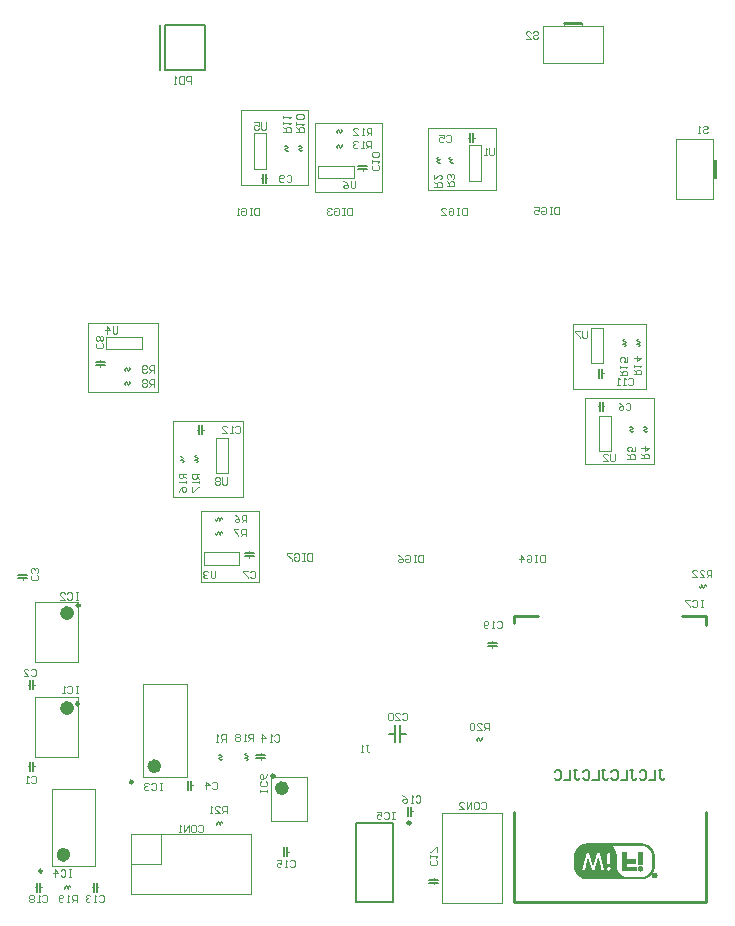
<source format=gbr>
%TF.GenerationSoftware,Altium Limited,Altium Designer,20.1.8 (145)*%
G04 Layer_Color=65535*
%FSLAX44Y44*%
%MOMM*%
%TF.SameCoordinates,3BEBD2D3-E5B3-4009-AA71-14EFD01F195C*%
%TF.FilePolarity,Positive*%
%TF.FileFunction,Legend,Bot*%
%TF.Part,Single*%
G01*
G75*
%TA.AperFunction,NonConductor*%
%ADD85C,0.2500*%
%ADD86C,0.6000*%
%ADD87C,0.1016*%
%ADD88C,0.1270*%
%ADD89C,0.1524*%
%ADD90C,0.2540*%
%ADD91C,0.0127*%
%ADD92C,0.2032*%
%ADD93C,0.1500*%
%ADD94R,0.2540X1.5240*%
%ADD95R,1.5240X0.2540*%
D85*
X-197250Y-345750D02*
G03*
X-197250Y-345750I-1250J0D01*
G01*
X-273834Y-421231D02*
G03*
X-273834Y-421231I-1250J0D01*
G01*
X-242810Y-279769D02*
G03*
X-242810Y-279769I-1250J0D01*
G01*
X-242090Y-196380D02*
G03*
X-242090Y-196380I-1250J0D01*
G01*
X-77242Y-340568D02*
G03*
X-77242Y-340568I-1250J0D01*
G01*
X38000Y-380484D02*
G03*
X38000Y-380484I-1250J0D01*
G01*
D86*
X-175992Y-332492D02*
G03*
X-175992Y-332492I-3000J0D01*
G01*
X-252826Y-407473D02*
G03*
X-252826Y-407473I-3000J0D01*
G01*
X-249848Y-283277D02*
G03*
X-249848Y-283277I-3000J0D01*
G01*
X-249848Y-202888D02*
G03*
X-249848Y-202888I-3000J0D01*
G01*
X-67992Y-351008D02*
G03*
X-67992Y-351008I-3000J0D01*
G01*
D87*
X-188500Y-342000D02*
Y-263000D01*
X-151500Y-342000D02*
Y-263000D01*
X-188500Y-342000D02*
X-151500D01*
X-188500Y-263000D02*
X-151500D01*
X-265334Y-351981D02*
X-228834D01*
X-265334Y-416981D02*
X-228834D01*
Y-351981D01*
X-265334Y-416981D02*
Y-351981D01*
X-105418Y223135D02*
X-48735D01*
X-105418Y159526D02*
X-48735D01*
X-105418D02*
Y223135D01*
X-139686Y-176310D02*
Y-116343D01*
Y-176310D02*
X-90315D01*
X-103318Y-322456D02*
X-101667Y-321732D01*
X-103318Y-322456D02*
X-101639Y-323111D01*
X-99959Y-323767D01*
X-101610Y-324491D02*
X-99959Y-323767D01*
X-103261Y-325215D02*
X-101610Y-324491D01*
X-103261Y-325215D02*
X-101581Y-325871D01*
X-99902Y-326526D01*
X-101553Y-327250D02*
X-99902Y-326526D01*
X-49500Y-378500D02*
Y-341500D01*
X-80500Y-378500D02*
Y-341500D01*
Y-378500D02*
X-49500D01*
X-80500Y-341500D02*
X-49500D01*
X-88889Y-322980D02*
Y-321456D01*
Y-327044D02*
Y-325520D01*
X-66230Y-404823D02*
X-64706D01*
X-70294D02*
X-68770D01*
X-198661Y-440850D02*
X-97060D01*
Y-390050D01*
X-198661D02*
X-97060D01*
X-198661Y-440850D02*
Y-390050D01*
X-173260Y-415450D02*
Y-390050D01*
X-198661Y-415450D02*
X-173260D01*
X-123000Y-327500D02*
X-121349Y-326776D01*
X-123029Y-326120D02*
X-121349Y-326776D01*
X-124708Y-325465D02*
X-123029Y-326120D01*
X-124708Y-325465D02*
X-123057Y-324741D01*
X-121406Y-324017D01*
X-123086Y-323362D02*
X-121406Y-324017D01*
X-124766Y-322706D02*
X-123086Y-323362D01*
X-124766Y-322706D02*
X-123115Y-321982D01*
X-151544Y-348730D02*
X-150020D01*
X-147480D02*
X-145956D01*
X-281820Y-263698D02*
X-280296D01*
X-285884D02*
X-284360D01*
X87374Y163090D02*
Y193090D01*
Y163090D02*
X97874D01*
X87374Y193090D02*
X97874D01*
Y163090D02*
Y193090D01*
X207853Y-65724D02*
Y-35724D01*
X197353D02*
X207853D01*
X197353Y-65724D02*
X207853D01*
X197353D02*
Y-35724D01*
X-136994Y-151405D02*
X-106994D01*
X-136994Y-161905D02*
Y-151405D01*
X-106994Y-161905D02*
Y-151405D01*
X-136994Y-161905D02*
X-106994D01*
X-219618Y31216D02*
X-189618D01*
X-219618Y20716D02*
Y31216D01*
X-189618Y20716D02*
Y31216D01*
X-219618Y20716D02*
X-189618D01*
X-84010Y173333D02*
Y203333D01*
X-94510D02*
X-84010D01*
X-94510Y173333D02*
X-84010D01*
X-94510D02*
Y203333D01*
X-40000Y165500D02*
X-10000D01*
Y176000D01*
X-40000Y165500D02*
Y176000D01*
X-10000D01*
X201153Y8682D02*
Y38682D01*
X190653D02*
X201153D01*
X190653Y8682D02*
X201153D01*
X190653D02*
Y38682D01*
X-116600Y-84630D02*
Y-54630D01*
X-127100D02*
X-116600D01*
X-127100Y-84630D02*
X-116600D01*
X-127100D02*
Y-54630D01*
X86580Y199601D02*
X88104D01*
X90644D02*
X92168D01*
X59218Y182616D02*
X60869Y183340D01*
X59218Y182616D02*
X60897Y181961D01*
X62577Y181306D01*
X60926Y180581D02*
X62577Y181306D01*
X59275Y179857D02*
X60926Y180581D01*
X59275Y179857D02*
X60955Y179202D01*
X62634Y178547D01*
X60984Y177822D02*
X62634Y178547D01*
X70106Y182634D02*
X71757Y183358D01*
X70106Y182634D02*
X71785Y181978D01*
X73465Y181323D01*
X71814Y180599D02*
X73465Y181323D01*
X70163Y179875D02*
X71814Y180599D01*
X70163Y179875D02*
X71843Y179220D01*
X73522Y178564D01*
X71871Y177840D02*
X73522Y178564D01*
X-280340Y-324769D02*
X-243340D01*
X-280340Y-273769D02*
X-243340D01*
X-280340Y-324769D02*
Y-273769D01*
X-243340Y-324769D02*
Y-273769D01*
X-243340Y-244380D02*
Y-193380D01*
X-280340Y-244380D02*
Y-193380D01*
X-243340D01*
X-280340Y-244380D02*
X-243340D01*
X-290340Y-175054D02*
Y-173530D01*
Y-170990D02*
Y-169466D01*
X196559Y-27612D02*
X198083D01*
X200623D02*
X202147D01*
X-98511Y-152135D02*
Y-150611D01*
Y-156199D02*
Y-154675D01*
X-224690Y9486D02*
Y11010D01*
Y5422D02*
Y6946D01*
X-84740Y165330D02*
X-83216D01*
X-88804D02*
X-87280D01*
X-2530Y175270D02*
Y176794D01*
Y171206D02*
Y172730D01*
X200423Y19D02*
X201947D01*
X196359D02*
X197883D01*
X-138330Y-47430D02*
X-136806D01*
X-142394D02*
X-140870D01*
X-231804Y-435021D02*
X-230280D01*
X-227740D02*
X-226216D01*
X34706Y-370468D02*
X36230D01*
X38770D02*
X40294D01*
X57500Y-432528D02*
Y-431004D01*
Y-428464D02*
Y-426940D01*
X107248Y-228010D02*
Y-226486D01*
Y-232074D02*
Y-230550D01*
X-285884Y-332578D02*
X-284360D01*
X-281820D02*
X-280296D01*
X-275751Y-435021D02*
X-274227D01*
X-279815D02*
X-278291D01*
X-127145Y-380484D02*
X-126421Y-382135D01*
X-125766Y-380456D01*
X-125111Y-378776D01*
X-124386Y-380427D01*
X-123662Y-382078D01*
X-123007Y-380398D01*
X-122352Y-378719D01*
X-121627Y-380369D01*
X287044Y-178235D02*
X287768Y-179885D01*
X286388Y-179914D02*
X287044Y-178235D01*
X285733Y-181593D02*
X286388Y-179914D01*
X285009Y-179943D02*
X285733Y-181593D01*
X284285Y-178292D02*
X285009Y-179943D01*
X283629Y-179971D02*
X284285Y-178292D01*
X282974Y-181651D02*
X283629Y-179971D01*
X282250Y-180000D02*
X282974Y-181651D01*
X98080Y-307425D02*
X98804Y-309076D01*
X97424Y-309105D02*
X98080Y-307425D01*
X96769Y-310784D02*
X97424Y-309105D01*
X96045Y-309133D02*
X96769Y-310784D01*
X95321Y-307482D02*
X96045Y-309133D01*
X94665Y-309162D02*
X95321Y-307482D01*
X94010Y-310842D02*
X94665Y-309162D01*
X93286Y-309191D02*
X94010Y-310842D01*
X-251026Y-433256D02*
X-250301Y-434906D01*
X-251681Y-434935D02*
X-251026Y-433256D01*
X-252336Y-436615D02*
X-251681Y-434935D01*
X-253060Y-434964D02*
X-252336Y-436615D01*
X-253785Y-433313D02*
X-253060Y-434964D01*
X-254440Y-434992D02*
X-253785Y-433313D01*
X-255095Y-436672D02*
X-254440Y-434992D01*
X-255819Y-435021D02*
X-255095Y-436672D01*
X222694Y-44956D02*
X224345Y-44232D01*
X222694Y-44956D02*
X224374Y-45612D01*
X226054Y-46267D01*
X224403Y-46991D02*
X226054Y-46267D01*
X222752Y-47715D02*
X224403Y-46991D01*
X222752Y-47715D02*
X224431Y-48370D01*
X226111Y-49026D01*
X224460Y-49750D02*
X226111Y-49026D01*
X-122451Y-133596D02*
X-121726Y-135247D01*
X-123106Y-135276D02*
X-122451Y-133596D01*
X-123761Y-136955D02*
X-123106Y-135276D01*
X-124485Y-135304D02*
X-123761Y-136955D01*
X-125210Y-133653D02*
X-124485Y-135304D01*
X-125865Y-135333D02*
X-125210Y-133653D01*
X-126520Y-137012D02*
X-125865Y-135333D01*
X-127244Y-135362D02*
X-126520Y-137012D01*
X-200074Y5687D02*
X-199350Y4036D01*
X-200729Y4008D02*
X-200074Y5687D01*
X-201384Y2328D02*
X-200729Y4008D01*
X-202109Y3979D02*
X-201384Y2328D01*
X-202833Y5630D02*
X-202109Y3979D01*
X-203488Y3950D02*
X-202833Y5630D01*
X-204143Y2271D02*
X-203488Y3950D01*
X-204868Y3922D02*
X-204143Y2271D01*
X-67347Y188065D02*
X-65697Y188789D01*
X-67376Y189444D02*
X-65697Y188789D01*
X-69056Y190100D02*
X-67376Y189444D01*
X-69056Y190100D02*
X-67405Y190824D01*
X-65754Y191548D01*
X-67433Y192203D02*
X-65754Y191548D01*
X-69113Y192858D02*
X-67433Y192203D01*
X-69113Y192858D02*
X-67462Y193583D01*
X-20456Y194480D02*
X-19732Y192829D01*
X-21111Y192801D02*
X-20456Y194480D01*
X-21766Y191121D02*
X-21111Y192801D01*
X-22491Y192772D02*
X-21766Y191121D01*
X-23215Y194423D02*
X-22491Y192772D01*
X-23870Y192743D02*
X-23215Y194423D01*
X-24525Y191064D02*
X-23870Y192743D01*
X-25250Y192715D02*
X-24525Y191064D01*
X218538Y23319D02*
X220189Y24043D01*
X218509Y24698D02*
X220189Y24043D01*
X216829Y25353D02*
X218509Y24698D01*
X216829Y25353D02*
X218480Y26078D01*
X220131Y26802D01*
X218452Y27457D02*
X220131Y26802D01*
X216772Y28112D02*
X218452Y27457D01*
X216772Y28112D02*
X218423Y28837D01*
X-145449Y-70086D02*
X-143798Y-69362D01*
X-145449Y-70086D02*
X-143770Y-70742D01*
X-142090Y-71397D01*
X-143741Y-72121D02*
X-142090Y-71397D01*
X-145392Y-72845D02*
X-143741Y-72121D01*
X-145392Y-72845D02*
X-143712Y-73500D01*
X-142033Y-74156D01*
X-143684Y-74880D02*
X-142033Y-74156D01*
X236794Y-49768D02*
X238445Y-49044D01*
X236766Y-48388D02*
X238445Y-49044D01*
X235086Y-47733D02*
X236766Y-48388D01*
X235086Y-47733D02*
X236737Y-47009D01*
X238388Y-46285D01*
X236708Y-45630D02*
X238388Y-46285D01*
X235029Y-44974D02*
X236708Y-45630D01*
X235029Y-44974D02*
X236680Y-44250D01*
X-127262Y-123613D02*
X-126538Y-125263D01*
X-125883Y-123584D01*
X-125227Y-121904D01*
X-124503Y-123555D01*
X-123779Y-125206D01*
X-123124Y-123527D01*
X-122469Y-121847D01*
X-121744Y-123498D01*
X-204886Y-7967D02*
X-204161Y-9618D01*
X-203506Y-7938D01*
X-202851Y-6259D01*
X-202127Y-7910D01*
X-201402Y-9561D01*
X-200747Y-7881D01*
X-200092Y-6202D01*
X-199368Y-7852D01*
X-57250Y192876D02*
X-55599Y193601D01*
X-57250Y192876D02*
X-55570Y192221D01*
X-53891Y191566D01*
X-55542Y190842D02*
X-53891Y191566D01*
X-57192Y190117D02*
X-55542Y190842D01*
X-57192Y190117D02*
X-55513Y189462D01*
X-53833Y188807D01*
X-55484Y188083D02*
X-53833Y188807D01*
X-25268Y204896D02*
X-24543Y203245D01*
X-23888Y204925D01*
X-23233Y206604D01*
X-22509Y204953D01*
X-21784Y203302D01*
X-21129Y204982D01*
X-20474Y206661D01*
X-19750Y205011D01*
X228641Y28130D02*
X230292Y28854D01*
X228641Y28130D02*
X230321Y27475D01*
X232000Y26820D01*
X230350Y26095D02*
X232000Y26820D01*
X228699Y25371D02*
X230350Y26095D01*
X228699Y25371D02*
X230378Y24716D01*
X232058Y24061D01*
X230407Y23337D02*
X232058Y24061D01*
X-155841Y-74898D02*
X-154190Y-74174D01*
X-155869Y-73518D02*
X-154190Y-74174D01*
X-157549Y-72863D02*
X-155869Y-73518D01*
X-157549Y-72863D02*
X-155898Y-72139D01*
X-154247Y-71415D01*
X-155927Y-70760D02*
X-154247Y-71415D01*
X-157606Y-70104D02*
X-155927Y-70760D01*
X-157606Y-70104D02*
X-155955Y-69380D01*
X262981Y148047D02*
Y198847D01*
Y148047D02*
X294221D01*
X262981Y198847D02*
X294221D01*
Y148047D02*
Y198847D01*
Y165827D02*
X296761D01*
X294221Y181067D02*
X296761D01*
X150550Y263001D02*
X201350D01*
Y294241D01*
X150550Y263001D02*
Y294241D01*
X201350D01*
X183570D02*
Y296781D01*
X168330Y294241D02*
Y296781D01*
X64800Y-448100D02*
X115600D01*
Y-371900D01*
X64800D02*
X115600D01*
X64800Y-448100D02*
X64800Y-371900D01*
X-176004Y-15304D02*
Y42684D01*
X-234907Y-15304D02*
X-176004D01*
X-234907D02*
Y42684D01*
X-176004D01*
X-162814Y-104394D02*
Y-40058D01*
Y-104394D02*
X-104242D01*
Y-40058D01*
X-162814D02*
X-104242D01*
X-48735Y159526D02*
Y223135D01*
X-42747Y153973D02*
Y211846D01*
X14022D01*
Y153973D02*
Y211846D01*
X-42747Y153973D02*
X14022D01*
X52993Y155239D02*
Y207757D01*
Y155239D02*
X110749D01*
Y207757D01*
X52993D02*
X110749D01*
X175379Y-12780D02*
Y41542D01*
Y-12780D02*
X237032D01*
Y41542D01*
X175379D02*
X237032D01*
X185372Y-76220D02*
Y-20877D01*
Y-76220D02*
X244480D01*
Y-20877D01*
X185372D02*
X244480D01*
X-90315Y-176310D02*
Y-116343D01*
X-139686D02*
X-90315D01*
X-249225Y-419819D02*
X-251256D01*
X-250240D01*
Y-425913D01*
X-249225D01*
X-251256D01*
X-258366Y-420835D02*
X-257350Y-419819D01*
X-255319D01*
X-254303Y-420835D01*
Y-424897D01*
X-255319Y-425913D01*
X-257350D01*
X-258366Y-424897D01*
X-263444Y-425913D02*
Y-419819D01*
X-260397Y-422866D01*
X-264460D01*
X-172335Y-346603D02*
X-174366D01*
X-173350D01*
Y-352697D01*
X-172335D01*
X-174366D01*
X-181476Y-347619D02*
X-180460Y-346603D01*
X-178429D01*
X-177413Y-347619D01*
Y-351682D01*
X-178429Y-352697D01*
X-180460D01*
X-181476Y-351682D01*
X-183507Y-347619D02*
X-184523Y-346603D01*
X-186554D01*
X-187570Y-347619D01*
Y-348635D01*
X-186554Y-349650D01*
X-185538D01*
X-186554D01*
X-187570Y-350666D01*
Y-351682D01*
X-186554Y-352697D01*
X-184523D01*
X-183507Y-351682D01*
X-152355Y-84788D02*
X-158449D01*
Y-87835D01*
X-157434Y-88850D01*
X-155402D01*
X-154387Y-87835D01*
Y-84788D01*
Y-86819D02*
X-152355Y-88850D01*
Y-90882D02*
Y-92913D01*
Y-91897D01*
X-158449D01*
X-157434Y-90882D01*
X-158449Y-100023D02*
X-157434Y-97991D01*
X-155402Y-95960D01*
X-153371D01*
X-152355Y-96976D01*
Y-99007D01*
X-153371Y-100023D01*
X-154387D01*
X-155402Y-99007D01*
Y-95960D01*
X227031Y-733D02*
X233125D01*
Y2314D01*
X232110Y3329D01*
X230079D01*
X229063Y2314D01*
Y-733D01*
Y1298D02*
X227031Y3329D01*
Y5361D02*
Y7392D01*
Y6376D01*
X233125D01*
X232110Y5361D01*
X227031Y13486D02*
X233125D01*
X230079Y10439D01*
Y14502D01*
X4782Y201869D02*
Y207963D01*
X1735D01*
X719Y206947D01*
Y204916D01*
X1735Y203900D01*
X4782D01*
X2751D02*
X719Y201869D01*
X-1312D02*
X-3343D01*
X-2328D01*
Y207963D01*
X-1312Y206947D01*
X-10453Y201869D02*
X-6390D01*
X-10453Y205932D01*
Y206947D01*
X-9437Y207963D01*
X-7406D01*
X-6390Y206947D01*
X-58620Y204454D02*
X-52526D01*
Y207501D01*
X-53542Y208516D01*
X-55573D01*
X-56589Y207501D01*
Y204454D01*
Y206485D02*
X-58620Y208516D01*
Y210548D02*
Y212579D01*
Y211563D01*
X-52526D01*
X-53542Y210548D01*
Y215626D02*
X-52526Y216642D01*
Y218673D01*
X-53542Y219689D01*
X-57605D01*
X-58620Y218673D01*
Y216642D01*
X-57605Y215626D01*
X-53542D01*
X-179118Y-11061D02*
Y-4967D01*
X-182165D01*
X-183180Y-5982D01*
Y-8014D01*
X-182165Y-9029D01*
X-179118D01*
X-181149D02*
X-183180Y-11061D01*
X-185212Y-5982D02*
X-186227Y-4967D01*
X-188259D01*
X-189274Y-5982D01*
Y-6998D01*
X-188259Y-8014D01*
X-189274Y-9029D01*
Y-10045D01*
X-188259Y-11061D01*
X-186227D01*
X-185212Y-10045D01*
Y-9029D01*
X-186227Y-8014D01*
X-185212Y-6998D01*
Y-5982D01*
X-186227Y-8014D02*
X-188259D01*
X-100903Y-125978D02*
Y-119884D01*
X-103950D01*
X-104965Y-120899D01*
Y-122931D01*
X-103950Y-123946D01*
X-100903D01*
X-102934D02*
X-104965Y-125978D01*
X-111059Y-119884D02*
X-109028Y-120899D01*
X-106997Y-122931D01*
Y-124962D01*
X-108012Y-125978D01*
X-110044D01*
X-111059Y-124962D01*
Y-123946D01*
X-110044Y-122931D01*
X-106997D01*
X233424Y-71840D02*
X239518D01*
Y-68793D01*
X238503Y-67778D01*
X236471D01*
X235455Y-68793D01*
Y-71840D01*
Y-69809D02*
X233424Y-67778D01*
Y-62699D02*
X239518D01*
X236471Y-65746D01*
Y-61684D01*
X58165Y158244D02*
X64259D01*
Y161291D01*
X63243Y162306D01*
X61212D01*
X60196Y161291D01*
Y158244D01*
Y160275D02*
X58165Y162306D01*
Y168400D02*
Y164338D01*
X62228Y168400D01*
X63243D01*
X64259Y167385D01*
Y165353D01*
X63243Y164338D01*
X-140904Y-84925D02*
X-146998D01*
Y-87972D01*
X-145982Y-88988D01*
X-143951D01*
X-142935Y-87972D01*
Y-84925D01*
Y-86956D02*
X-140904Y-88988D01*
Y-91019D02*
Y-93050D01*
Y-92035D01*
X-146998D01*
X-145982Y-91019D01*
X-146998Y-96097D02*
Y-100160D01*
X-145982D01*
X-141920Y-96097D01*
X-140904D01*
X215249Y-1552D02*
X221343D01*
Y1495D01*
X220327Y2511D01*
X218296D01*
X217281Y1495D01*
Y-1552D01*
Y479D02*
X215249Y2511D01*
Y4542D02*
Y6574D01*
Y5558D01*
X221343D01*
X220327Y4542D01*
X221343Y13683D02*
Y9621D01*
X218296D01*
X219312Y11652D01*
Y12667D01*
X218296Y13683D01*
X216265D01*
X215249Y12667D01*
Y10636D01*
X216265Y9621D01*
X4458Y190956D02*
Y197050D01*
X1411D01*
X395Y196035D01*
Y194003D01*
X1411Y192988D01*
X4458D01*
X2427D02*
X395Y190956D01*
X-1636D02*
X-3667D01*
X-2652D01*
Y197050D01*
X-1636Y196035D01*
X-6714D02*
X-7730Y197050D01*
X-9761D01*
X-10777Y196035D01*
Y195019D01*
X-9761Y194003D01*
X-8746D01*
X-9761D01*
X-10777Y192988D01*
Y191972D01*
X-9761Y190956D01*
X-7730D01*
X-6714Y191972D01*
X-69602Y204773D02*
X-63508D01*
Y207820D01*
X-64524Y208836D01*
X-66555D01*
X-67571Y207820D01*
Y204773D01*
Y206804D02*
X-69602Y208836D01*
Y210867D02*
Y212898D01*
Y211883D01*
X-63508D01*
X-64524Y210867D01*
X-69602Y215945D02*
Y217977D01*
Y216961D01*
X-63508D01*
X-64524Y215945D01*
X-179118Y813D02*
Y6907D01*
X-182165D01*
X-183180Y5891D01*
Y3860D01*
X-182165Y2844D01*
X-179118D01*
X-181149D02*
X-183180Y813D01*
X-185212Y1828D02*
X-186227Y813D01*
X-188259D01*
X-189274Y1828D01*
Y5891D01*
X-188259Y6907D01*
X-186227D01*
X-185212Y5891D01*
Y4875D01*
X-186227Y3860D01*
X-189274D01*
X-101689Y-137783D02*
Y-131689D01*
X-104736D01*
X-105752Y-132704D01*
Y-134736D01*
X-104736Y-135751D01*
X-101689D01*
X-103721D02*
X-105752Y-137783D01*
X-107783Y-131689D02*
X-111846D01*
Y-132704D01*
X-107783Y-136767D01*
Y-137783D01*
X221667Y-71991D02*
X227761D01*
Y-68944D01*
X226745Y-67928D01*
X224714D01*
X223698Y-68944D01*
Y-71991D01*
Y-69960D02*
X221667Y-67928D01*
X227761Y-61834D02*
Y-65897D01*
X224714D01*
X225730Y-63865D01*
Y-62850D01*
X224714Y-61834D01*
X222683D01*
X221667Y-62850D01*
Y-64881D01*
X222683Y-65897D01*
X68913Y158498D02*
X75007D01*
Y161545D01*
X73992Y162560D01*
X71960D01*
X70945Y161545D01*
Y158498D01*
Y160529D02*
X68913Y162560D01*
X73992Y164592D02*
X75007Y165607D01*
Y167639D01*
X73992Y168654D01*
X72976D01*
X71960Y167639D01*
Y166623D01*
Y167639D01*
X70945Y168654D01*
X69929D01*
X68913Y167639D01*
Y165607D01*
X69929Y164592D01*
X-244718Y-447465D02*
Y-441371D01*
X-247765D01*
X-248781Y-442386D01*
Y-444418D01*
X-247765Y-445433D01*
X-244718D01*
X-246750D02*
X-248781Y-447465D01*
X-250812D02*
X-252844D01*
X-251828D01*
Y-441371D01*
X-250812Y-442386D01*
X-255891Y-446449D02*
X-256906Y-447465D01*
X-258938D01*
X-259953Y-446449D01*
Y-442386D01*
X-258938Y-441371D01*
X-256906D01*
X-255891Y-442386D01*
Y-443402D01*
X-256906Y-444418D01*
X-259953D01*
X-273894Y-442690D02*
X-272878Y-441675D01*
X-270847D01*
X-269831Y-442690D01*
Y-446753D01*
X-270847Y-447769D01*
X-272878D01*
X-273894Y-446753D01*
X-275925Y-447769D02*
X-277957D01*
X-276941D01*
Y-441675D01*
X-275925Y-442690D01*
X-281004D02*
X-282019Y-441675D01*
X-284051D01*
X-285066Y-442690D01*
Y-443706D01*
X-284051Y-444722D01*
X-285066Y-445737D01*
Y-446753D01*
X-284051Y-447769D01*
X-282019D01*
X-281004Y-446753D01*
Y-445737D01*
X-282019Y-444722D01*
X-281004Y-443706D01*
Y-442690D01*
X-282019Y-444722D02*
X-284051D01*
X141658Y288603D02*
X142674Y289618D01*
X144705D01*
X145721Y288603D01*
Y287587D01*
X144705Y286572D01*
X142674D01*
X141658Y285556D01*
Y284540D01*
X142674Y283524D01*
X144705D01*
X145721Y284540D01*
X135564Y283524D02*
X139627D01*
X135564Y287587D01*
Y288603D01*
X136580Y289618D01*
X138611D01*
X139627Y288603D01*
X285353Y208948D02*
X286369Y209964D01*
X288400D01*
X289416Y208948D01*
Y207932D01*
X288400Y206917D01*
X286369D01*
X285353Y205901D01*
Y204885D01*
X286369Y203870D01*
X288400D01*
X289416Y204885D01*
X283322Y203870D02*
X281290D01*
X282306D01*
Y209964D01*
X283322Y208948D01*
X104194Y-301763D02*
Y-295669D01*
X101147D01*
X100132Y-296684D01*
Y-298716D01*
X101147Y-299732D01*
X104194D01*
X102163D02*
X100132Y-301763D01*
X94038D02*
X98100D01*
X94038Y-297700D01*
Y-296684D01*
X95053Y-295669D01*
X97085D01*
X98100Y-296684D01*
X92006D02*
X90991Y-295669D01*
X88959D01*
X87944Y-296684D01*
Y-300747D01*
X88959Y-301763D01*
X90991D01*
X92006Y-300747D01*
Y-296684D01*
X31132Y-288255D02*
X32148Y-287239D01*
X34179D01*
X35194Y-288255D01*
Y-292318D01*
X34179Y-293333D01*
X32148D01*
X31132Y-292318D01*
X25038Y-293333D02*
X29100D01*
X25038Y-289270D01*
Y-288255D01*
X26054Y-287239D01*
X28085D01*
X29100Y-288255D01*
X23006D02*
X21991Y-287239D01*
X19959D01*
X18944Y-288255D01*
Y-292318D01*
X19959Y-293333D01*
X21991D01*
X23006Y-292318D01*
Y-288255D01*
X0Y-314703D02*
X2031D01*
X1016D01*
Y-319781D01*
X2031Y-320797D01*
X3047D01*
X4063Y-319781D01*
X-2031Y-320797D02*
X-4063D01*
X-3047D01*
Y-314703D01*
X-2031Y-315719D01*
X-243555Y-264506D02*
X-245586D01*
X-244571D01*
Y-270600D01*
X-243555D01*
X-245586D01*
X-252696Y-265522D02*
X-251681Y-264506D01*
X-249649D01*
X-248633Y-265522D01*
Y-269584D01*
X-249649Y-270600D01*
X-251681D01*
X-252696Y-269584D01*
X-254727Y-270600D02*
X-256759D01*
X-255743D01*
Y-264506D01*
X-254727Y-265522D01*
X-283584Y-251061D02*
X-282569Y-250045D01*
X-280537D01*
X-279522Y-251061D01*
Y-255124D01*
X-280537Y-256139D01*
X-282569D01*
X-283584Y-255124D01*
X-289678Y-256139D02*
X-285616D01*
X-289678Y-252077D01*
Y-251061D01*
X-288663Y-250045D01*
X-286631D01*
X-285616Y-251061D01*
X-283310Y-341726D02*
X-282294Y-340710D01*
X-280263D01*
X-279247Y-341726D01*
Y-345789D01*
X-280263Y-346804D01*
X-282294D01*
X-283310Y-345789D01*
X-285341Y-346804D02*
X-287372D01*
X-286357D01*
Y-340710D01*
X-285341Y-341726D01*
X285777Y-192020D02*
X283746D01*
X284762D01*
Y-198114D01*
X285777D01*
X283746D01*
X276637Y-193036D02*
X277652Y-192020D01*
X279683D01*
X280699Y-193036D01*
Y-197098D01*
X279683Y-198114D01*
X277652D01*
X276637Y-197098D01*
X274605Y-192020D02*
X270543D01*
Y-193036D01*
X274605Y-197098D01*
Y-198114D01*
X-117420Y-87993D02*
Y-93071D01*
X-118435Y-94087D01*
X-120466D01*
X-121482Y-93071D01*
Y-87993D01*
X-123513Y-89008D02*
X-124529Y-87993D01*
X-126561D01*
X-127576Y-89008D01*
Y-90024D01*
X-126561Y-91040D01*
X-127576Y-92055D01*
Y-93071D01*
X-126561Y-94087D01*
X-124529D01*
X-123513Y-93071D01*
Y-92055D01*
X-124529Y-91040D01*
X-123513Y-90024D01*
Y-89008D01*
X-124529Y-91040D02*
X-126561D01*
X187518Y36095D02*
Y31017D01*
X186502Y30001D01*
X184471D01*
X183455Y31017D01*
Y36095D01*
X181424D02*
X177361D01*
Y35080D01*
X181424Y31017D01*
Y30001D01*
X-8784Y163006D02*
Y157927D01*
X-9800Y156912D01*
X-11831D01*
X-12847Y157927D01*
Y163006D01*
X-18941D02*
X-16909Y161990D01*
X-14878Y159959D01*
Y157927D01*
X-15894Y156912D01*
X-17925D01*
X-18941Y157927D01*
Y158943D01*
X-17925Y159959D01*
X-14878D01*
X-84367Y212555D02*
Y207477D01*
X-85383Y206461D01*
X-87414D01*
X-88430Y207477D01*
Y212555D01*
X-94524D02*
X-90461D01*
Y209508D01*
X-92492Y210523D01*
X-93508D01*
X-94524Y209508D01*
Y207477D01*
X-93508Y206461D01*
X-91477D01*
X-90461Y207477D01*
X-210225Y39914D02*
Y34835D01*
X-211241Y33820D01*
X-213272D01*
X-214288Y34835D01*
Y39914D01*
X-219366Y33820D02*
Y39914D01*
X-216319Y36867D01*
X-220382D01*
X-127309Y-167470D02*
Y-172549D01*
X-128325Y-173565D01*
X-130356D01*
X-131372Y-172549D01*
Y-167470D01*
X-133403Y-168486D02*
X-134419Y-167470D01*
X-136450D01*
X-137466Y-168486D01*
Y-169502D01*
X-136450Y-170518D01*
X-135435D01*
X-136450D01*
X-137466Y-171533D01*
Y-172549D01*
X-136450Y-173565D01*
X-134419D01*
X-133403Y-172549D01*
X211078Y-67953D02*
Y-73031D01*
X210063Y-74047D01*
X208031D01*
X207016Y-73031D01*
Y-67953D01*
X200922Y-74047D02*
X204984D01*
X200922Y-69984D01*
Y-68969D01*
X201937Y-67953D01*
X203969D01*
X204984Y-68969D01*
X108621Y191338D02*
Y186260D01*
X107605Y185244D01*
X105574D01*
X104558Y186260D01*
Y191338D01*
X102527Y185244D02*
X100495D01*
X101511D01*
Y191338D01*
X102527Y190323D01*
X-90070Y140528D02*
Y134434D01*
X-93117D01*
X-94133Y135450D01*
Y139512D01*
X-93117Y140528D01*
X-90070D01*
X-96164D02*
X-98195D01*
X-97180D01*
Y134434D01*
X-96164D01*
X-98195D01*
X-105305Y139512D02*
X-104289Y140528D01*
X-102258D01*
X-101242Y139512D01*
Y135450D01*
X-102258Y134434D01*
X-104289D01*
X-105305Y135450D01*
Y137481D01*
X-103274D01*
X-107336Y134434D02*
X-109368D01*
X-108352D01*
Y140528D01*
X-107336Y139512D01*
X292795Y-172543D02*
Y-166449D01*
X289748D01*
X288732Y-167464D01*
Y-169496D01*
X289748Y-170511D01*
X292795D01*
X290764D02*
X288732Y-172543D01*
X282638D02*
X286701D01*
X282638Y-168480D01*
Y-167464D01*
X283654Y-166449D01*
X285685D01*
X286701Y-167464D01*
X276544Y-172543D02*
X280607D01*
X276544Y-168480D01*
Y-167464D01*
X277560Y-166449D01*
X279591D01*
X280607Y-167464D01*
X-117630Y-372488D02*
Y-366394D01*
X-120677D01*
X-121693Y-367410D01*
Y-369441D01*
X-120677Y-370457D01*
X-117630D01*
X-119661D02*
X-121693Y-372488D01*
X-127787D02*
X-123724D01*
X-127787Y-368425D01*
Y-367410D01*
X-126771Y-366394D01*
X-124740D01*
X-123724Y-367410D01*
X-129818Y-372488D02*
X-131849D01*
X-130834D01*
Y-366394D01*
X-129818Y-367410D01*
X-141816Y-383219D02*
X-140800Y-382204D01*
X-138769D01*
X-137753Y-383219D01*
Y-387282D01*
X-138769Y-388298D01*
X-140800D01*
X-141816Y-387282D01*
X-146894Y-382204D02*
X-144863D01*
X-143847Y-383219D01*
Y-387282D01*
X-144863Y-388298D01*
X-146894D01*
X-147910Y-387282D01*
Y-383219D01*
X-146894Y-382204D01*
X-149941Y-388298D02*
Y-382204D01*
X-154004Y-388298D01*
Y-382204D01*
X-156035Y-388298D02*
X-158067D01*
X-157051D01*
Y-382204D01*
X-156035Y-383219D01*
X97701Y-364043D02*
X98717Y-363027D01*
X100748D01*
X101764Y-364043D01*
Y-368106D01*
X100748Y-369121D01*
X98717D01*
X97701Y-368106D01*
X92623Y-363027D02*
X94654D01*
X95670Y-364043D01*
Y-368106D01*
X94654Y-369121D01*
X92623D01*
X91607Y-368106D01*
Y-364043D01*
X92623Y-363027D01*
X89576Y-369121D02*
Y-363027D01*
X85513Y-369121D01*
Y-363027D01*
X79419Y-369121D02*
X83482D01*
X79419Y-365059D01*
Y-364043D01*
X80435Y-363027D01*
X82466D01*
X83482Y-364043D01*
X111078Y-210813D02*
X112094Y-209798D01*
X114125D01*
X115141Y-210813D01*
Y-214876D01*
X114125Y-215892D01*
X112094D01*
X111078Y-214876D01*
X109047Y-215892D02*
X107015D01*
X108031D01*
Y-209798D01*
X109047Y-210813D01*
X103968Y-214876D02*
X102953Y-215892D01*
X100921D01*
X99906Y-214876D01*
Y-210813D01*
X100921Y-209798D01*
X102953D01*
X103968Y-210813D01*
Y-211829D01*
X102953Y-212845D01*
X99906D01*
X-95205Y-311037D02*
Y-304943D01*
X-98252D01*
X-99268Y-305959D01*
Y-307990D01*
X-98252Y-309006D01*
X-95205D01*
X-97237D02*
X-99268Y-311037D01*
X-101299D02*
X-103331D01*
X-102315D01*
Y-304943D01*
X-101299Y-305959D01*
X-106378D02*
X-107393Y-304943D01*
X-109425D01*
X-110440Y-305959D01*
Y-306974D01*
X-109425Y-307990D01*
X-110440Y-309006D01*
Y-310021D01*
X-109425Y-311037D01*
X-107393D01*
X-106378Y-310021D01*
Y-309006D01*
X-107393Y-307990D01*
X-106378Y-306974D01*
Y-305959D01*
X-107393Y-307990D02*
X-109425D01*
X-148038Y245400D02*
Y251494D01*
X-151085D01*
X-152101Y250478D01*
Y248447D01*
X-151085Y247431D01*
X-148038D01*
X-154132Y251494D02*
Y245400D01*
X-157179D01*
X-158195Y246416D01*
Y250478D01*
X-157179Y251494D01*
X-154132D01*
X-160226Y245400D02*
X-162258D01*
X-161242D01*
Y251494D01*
X-160226Y250478D01*
X-83498Y-354566D02*
Y-352535D01*
Y-353551D01*
X-89592D01*
Y-354566D01*
Y-352535D01*
X-84514Y-345425D02*
X-83498Y-346441D01*
Y-348473D01*
X-84514Y-349488D01*
X-88576D01*
X-89592Y-348473D01*
Y-346441D01*
X-88576Y-345425D01*
X-83498Y-339332D02*
X-84514Y-341363D01*
X-86545Y-343394D01*
X-88576D01*
X-89592Y-342379D01*
Y-340347D01*
X-88576Y-339332D01*
X-87561D01*
X-86545Y-340347D01*
Y-343394D01*
X-64167Y-413112D02*
X-63151Y-412096D01*
X-61120D01*
X-60104Y-413112D01*
Y-417174D01*
X-61120Y-418190D01*
X-63151D01*
X-64167Y-417174D01*
X-66198Y-418190D02*
X-68229D01*
X-67214D01*
Y-412096D01*
X-66198Y-413112D01*
X-75339Y-412096D02*
X-71276D01*
Y-415143D01*
X-73308Y-414127D01*
X-74323D01*
X-75339Y-415143D01*
Y-417174D01*
X-74323Y-418190D01*
X-72292D01*
X-71276Y-417174D01*
X-77208Y-306573D02*
X-76193Y-305557D01*
X-74162D01*
X-73146Y-306573D01*
Y-310635D01*
X-74162Y-311651D01*
X-76193D01*
X-77208Y-310635D01*
X-79240Y-311651D02*
X-81271D01*
X-80255D01*
Y-305557D01*
X-79240Y-306573D01*
X-87365Y-311651D02*
Y-305557D01*
X-84318Y-308604D01*
X-88381D01*
X-118640Y-311723D02*
Y-305629D01*
X-121687D01*
X-122703Y-306645D01*
Y-308676D01*
X-121687Y-309692D01*
X-118640D01*
X-120672D02*
X-122703Y-311723D01*
X-124734D02*
X-126766D01*
X-125750D01*
Y-305629D01*
X-124734Y-306645D01*
X24443Y-371232D02*
X22412D01*
X23428D01*
Y-377326D01*
X24443D01*
X22412D01*
X15302Y-372248D02*
X16318Y-371232D01*
X18349D01*
X19365Y-372248D01*
Y-376311D01*
X18349Y-377326D01*
X16318D01*
X15302Y-376311D01*
X9208Y-371232D02*
X13271D01*
Y-374279D01*
X11240Y-373264D01*
X10224D01*
X9208Y-374279D01*
Y-376311D01*
X10224Y-377326D01*
X12255D01*
X13271Y-376311D01*
X-243565Y-185341D02*
X-245596D01*
X-244580D01*
Y-191435D01*
X-243565D01*
X-245596D01*
X-252706Y-186356D02*
X-251690Y-185341D01*
X-249659D01*
X-248643Y-186356D01*
Y-190419D01*
X-249659Y-191435D01*
X-251690D01*
X-252706Y-190419D01*
X-258800Y-191435D02*
X-254737D01*
X-258800Y-187372D01*
Y-186356D01*
X-257784Y-185341D01*
X-255753D01*
X-254737Y-186356D01*
X-45515Y-152333D02*
Y-158427D01*
X-48562D01*
X-49578Y-157411D01*
Y-153349D01*
X-48562Y-152333D01*
X-45515D01*
X-51610D02*
X-53641D01*
X-52625D01*
Y-158427D01*
X-51610D01*
X-53641D01*
X-60750Y-153349D02*
X-59735Y-152333D01*
X-57703D01*
X-56688Y-153349D01*
Y-157411D01*
X-57703Y-158427D01*
X-59735D01*
X-60750Y-157411D01*
Y-155380D01*
X-58719D01*
X-62782Y-152333D02*
X-66845D01*
Y-153349D01*
X-62782Y-157411D01*
Y-158427D01*
X48695Y-153603D02*
Y-159697D01*
X45648D01*
X44632Y-158681D01*
Y-154619D01*
X45648Y-153603D01*
X48695D01*
X42600D02*
X40569D01*
X41585D01*
Y-159697D01*
X42600D01*
X40569D01*
X33459Y-154619D02*
X34475Y-153603D01*
X36507D01*
X37522Y-154619D01*
Y-158681D01*
X36507Y-159697D01*
X34475D01*
X33459Y-158681D01*
Y-156650D01*
X35491D01*
X27366Y-153603D02*
X29397Y-154619D01*
X31428Y-156650D01*
Y-158681D01*
X30412Y-159697D01*
X28381D01*
X27366Y-158681D01*
Y-157666D01*
X28381Y-156650D01*
X31428D01*
X163930Y140838D02*
Y134744D01*
X160883D01*
X159867Y135760D01*
Y139822D01*
X160883Y140838D01*
X163930D01*
X157836D02*
X155805D01*
X156820D01*
Y134744D01*
X157836D01*
X155805D01*
X148695Y139822D02*
X149711Y140838D01*
X151742D01*
X152758Y139822D01*
Y135760D01*
X151742Y134744D01*
X149711D01*
X148695Y135760D01*
Y137791D01*
X150726D01*
X142601Y140838D02*
X146664D01*
Y137791D01*
X144632Y138807D01*
X143617D01*
X142601Y137791D01*
Y135760D01*
X143617Y134744D01*
X145648D01*
X146664Y135760D01*
X151465Y-153603D02*
Y-159697D01*
X148418D01*
X147402Y-158681D01*
Y-154619D01*
X148418Y-153603D01*
X151465D01*
X145371D02*
X143339D01*
X144355D01*
Y-159697D01*
X145371D01*
X143339D01*
X136230Y-154619D02*
X137245Y-153603D01*
X139277D01*
X140292Y-154619D01*
Y-158681D01*
X139277Y-159697D01*
X137245D01*
X136230Y-158681D01*
Y-156650D01*
X138261D01*
X131151Y-159697D02*
Y-153603D01*
X134198Y-156650D01*
X130136D01*
X-11584Y140528D02*
Y134434D01*
X-14631D01*
X-15647Y135450D01*
Y139512D01*
X-14631Y140528D01*
X-11584D01*
X-17678D02*
X-19709D01*
X-18694D01*
Y134434D01*
X-17678D01*
X-19709D01*
X-26819Y139512D02*
X-25803Y140528D01*
X-23772D01*
X-22756Y139512D01*
Y135450D01*
X-23772Y134434D01*
X-25803D01*
X-26819Y135450D01*
Y137481D01*
X-24788D01*
X-28850Y139512D02*
X-29866Y140528D01*
X-31897D01*
X-32913Y139512D01*
Y138497D01*
X-31897Y137481D01*
X-30882D01*
X-31897D01*
X-32913Y136465D01*
Y135450D01*
X-31897Y134434D01*
X-29866D01*
X-28850Y135450D01*
X85452Y140274D02*
Y134180D01*
X82405D01*
X81389Y135196D01*
Y139258D01*
X82405Y140274D01*
X85452D01*
X79358D02*
X77327D01*
X78342D01*
Y134180D01*
X79358D01*
X77327D01*
X70217Y139258D02*
X71233Y140274D01*
X73264D01*
X74280Y139258D01*
Y135196D01*
X73264Y134180D01*
X71233D01*
X70217Y135196D01*
Y137227D01*
X72248D01*
X64123Y134180D02*
X68186D01*
X64123Y138243D01*
Y139258D01*
X65139Y140274D01*
X67170D01*
X68186Y139258D01*
X59168Y-411870D02*
X60184Y-412886D01*
Y-414917D01*
X59168Y-415933D01*
X55106D01*
X54090Y-414917D01*
Y-412886D01*
X55106Y-411870D01*
X54090Y-409838D02*
Y-407807D01*
Y-408823D01*
X60184D01*
X59168Y-409838D01*
X60184Y-404760D02*
Y-400698D01*
X59168D01*
X55106Y-404760D01*
X54090D01*
X42224Y-358156D02*
X43239Y-357140D01*
X45271D01*
X46287Y-358156D01*
Y-362218D01*
X45271Y-363234D01*
X43239D01*
X42224Y-362218D01*
X40192Y-363234D02*
X38161D01*
X39177D01*
Y-357140D01*
X40192Y-358156D01*
X31051Y-357140D02*
X33083Y-358156D01*
X35114Y-360187D01*
Y-362218D01*
X34098Y-363234D01*
X32067D01*
X31051Y-362218D01*
Y-361203D01*
X32067Y-360187D01*
X35114D01*
X-225896Y-442386D02*
X-224880Y-441371D01*
X-222849D01*
X-221833Y-442386D01*
Y-446449D01*
X-222849Y-447465D01*
X-224880D01*
X-225896Y-446449D01*
X-227927Y-447465D02*
X-229958D01*
X-228943D01*
Y-441371D01*
X-227927Y-442386D01*
X-233006D02*
X-234021Y-441371D01*
X-236052D01*
X-237068Y-442386D01*
Y-443402D01*
X-236052Y-444418D01*
X-235037D01*
X-236052D01*
X-237068Y-445433D01*
Y-446449D01*
X-236052Y-447465D01*
X-234021D01*
X-233006Y-446449D01*
X-110547Y-45149D02*
X-109531Y-44134D01*
X-107500D01*
X-106484Y-45149D01*
Y-49212D01*
X-107500Y-50227D01*
X-109531D01*
X-110547Y-49212D01*
X-112578Y-50227D02*
X-114609D01*
X-113594D01*
Y-44134D01*
X-112578Y-45149D01*
X-121719Y-50227D02*
X-117656D01*
X-121719Y-46165D01*
Y-45149D01*
X-120703Y-44134D01*
X-118672D01*
X-117656Y-45149D01*
X222144Y-4831D02*
X223160Y-3816D01*
X225191D01*
X226207Y-4831D01*
Y-8894D01*
X225191Y-9910D01*
X223160D01*
X222144Y-8894D01*
X220113Y-9910D02*
X218081D01*
X219097D01*
Y-3816D01*
X220113Y-4831D01*
X215034Y-9910D02*
X213003D01*
X214019D01*
Y-3816D01*
X215034Y-4831D01*
X10057Y176588D02*
X11073Y175572D01*
Y173541D01*
X10057Y172526D01*
X5994D01*
X4979Y173541D01*
Y175572D01*
X5994Y176588D01*
X4979Y178619D02*
Y180651D01*
Y179635D01*
X11073D01*
X10057Y178619D01*
Y183698D02*
X11073Y184713D01*
Y186745D01*
X10057Y187761D01*
X5994D01*
X4979Y186745D01*
Y184713D01*
X5994Y183698D01*
X10057D01*
X-66928Y167339D02*
X-65912Y168354D01*
X-63881D01*
X-62865Y167339D01*
Y163276D01*
X-63881Y162260D01*
X-65912D01*
X-66928Y163276D01*
X-68959D02*
X-69975Y162260D01*
X-72006D01*
X-73022Y163276D01*
Y167339D01*
X-72006Y168354D01*
X-69975D01*
X-68959Y167339D01*
Y166323D01*
X-69975Y165307D01*
X-73022D01*
X-223224Y25800D02*
X-222208Y24784D01*
Y22753D01*
X-223224Y21737D01*
X-227287D01*
X-228302Y22753D01*
Y24784D01*
X-227287Y25800D01*
X-223224Y27831D02*
X-222208Y28847D01*
Y30878D01*
X-223224Y31894D01*
X-224240D01*
X-225255Y30878D01*
X-226271Y31894D01*
X-227287D01*
X-228302Y30878D01*
Y28847D01*
X-227287Y27831D01*
X-226271D01*
X-225255Y28847D01*
X-224240Y27831D01*
X-223224D01*
X-225255Y28847D02*
Y30878D01*
X-97627Y-168153D02*
X-96611Y-167138D01*
X-94580D01*
X-93564Y-168153D01*
Y-172216D01*
X-94580Y-173232D01*
X-96611D01*
X-97627Y-172216D01*
X-99658Y-167138D02*
X-103721D01*
Y-168153D01*
X-99658Y-172216D01*
Y-173232D01*
X220152Y-25841D02*
X221168Y-24825D01*
X223199D01*
X224215Y-25841D01*
Y-29903D01*
X223199Y-30919D01*
X221168D01*
X220152Y-29903D01*
X214058Y-24825D02*
X216090Y-25841D01*
X218121Y-27872D01*
Y-29903D01*
X217105Y-30919D01*
X215074D01*
X214058Y-29903D01*
Y-28888D01*
X215074Y-27872D01*
X218121D01*
X68251Y201311D02*
X69267Y202327D01*
X71298D01*
X72314Y201311D01*
Y197248D01*
X71298Y196233D01*
X69267D01*
X68251Y197248D01*
X62157Y202327D02*
X66220D01*
Y199280D01*
X64189Y200295D01*
X63173D01*
X62157Y199280D01*
Y197248D01*
X63173Y196233D01*
X65204D01*
X66220Y197248D01*
X-129886Y-346684D02*
X-128870Y-345669D01*
X-126839D01*
X-125823Y-346684D01*
Y-350747D01*
X-126839Y-351763D01*
X-128870D01*
X-129886Y-350747D01*
X-134965Y-351763D02*
Y-345669D01*
X-131917Y-348716D01*
X-135980D01*
X-278354Y-170826D02*
X-277338Y-171842D01*
Y-173873D01*
X-278354Y-174889D01*
X-282417D01*
X-283432Y-173873D01*
Y-171842D01*
X-282417Y-170826D01*
X-278354Y-168795D02*
X-277338Y-167779D01*
Y-165748D01*
X-278354Y-164732D01*
X-279370D01*
X-280385Y-165748D01*
Y-166763D01*
Y-165748D01*
X-281401Y-164732D01*
X-282417D01*
X-283432Y-165748D01*
Y-167779D01*
X-282417Y-168795D01*
D88*
X-92699Y-322980D02*
X-85079D01*
X-92699Y-325520D02*
X-85079D01*
X-66230Y-408633D02*
Y-401013D01*
X-68770Y-408633D02*
Y-401013D01*
X-150020Y-352540D02*
Y-344920D01*
X-147480Y-352540D02*
Y-344920D01*
X-281820Y-267508D02*
Y-259888D01*
X-284360Y-267508D02*
Y-259888D01*
X88104Y195791D02*
Y203411D01*
X90644Y195791D02*
Y203411D01*
X-294150Y-173530D02*
X-286530D01*
X-294150Y-170990D02*
X-286530D01*
X198083Y-31422D02*
Y-23802D01*
X200623Y-31422D02*
Y-23802D01*
X-102321Y-152135D02*
X-94701D01*
X-102321Y-154675D02*
X-94701D01*
X-228500Y9486D02*
X-220880D01*
X-228500Y6946D02*
X-220880D01*
X-84740Y161520D02*
Y169140D01*
X-87280Y161520D02*
Y169140D01*
X-6340Y175270D02*
X1280D01*
X-6340Y172730D02*
X1280D01*
X200423Y-3791D02*
Y3829D01*
X197883Y-3791D02*
Y3829D01*
X-138330Y-51240D02*
Y-43620D01*
X-140870Y-51240D02*
Y-43620D01*
X-230280Y-438831D02*
Y-431211D01*
X-227740Y-438831D02*
Y-431211D01*
X36230Y-374278D02*
Y-366658D01*
X38770Y-374278D02*
Y-366658D01*
X53690Y-431004D02*
X61310D01*
X53690Y-428464D02*
X61310D01*
X103439Y-228010D02*
X111059D01*
X103439Y-230550D02*
X111059D01*
X-284360Y-336388D02*
Y-328768D01*
X-281820Y-336388D02*
Y-328768D01*
X-275751Y-438831D02*
Y-431211D01*
X-278291Y-438831D02*
Y-431211D01*
D89*
X29286Y-312112D02*
Y-297888D01*
X24714Y-312112D02*
Y-297888D01*
X29286Y-305000D02*
X33858D01*
X20142D02*
X24714D01*
X23000Y-447484D02*
Y-380484D01*
X-8000Y-447484D02*
Y-380484D01*
X23000D01*
X-8000Y-447484D02*
X23000D01*
X-170074Y295248D02*
X-136287D01*
Y257148D02*
Y295248D01*
X-170074Y257148D02*
X-136287D01*
X-170074D02*
Y295248D01*
X-174211Y257148D02*
Y295248D01*
D90*
X125746Y-447836D02*
X288306D01*
Y-371636D01*
Y-212886D02*
Y-205266D01*
X267986D02*
X288306D01*
X125746D02*
X146066D01*
X125746Y-211616D02*
Y-205266D01*
Y-447836D02*
Y-371636D01*
D91*
X186325Y-427516D02*
X234077D01*
X185563Y-427389D02*
X234839D01*
X185055Y-427262D02*
X235347D01*
X184547Y-427135D02*
X235855D01*
X184166Y-427008D02*
X236236D01*
X183785Y-426881D02*
X236617D01*
X183531Y-426754D02*
X236871D01*
X183150Y-426627D02*
X237252D01*
X243602D02*
X244872D01*
X182896Y-426500D02*
X237506D01*
X243221D02*
X245126D01*
X182642Y-426373D02*
X219980D01*
X234331D02*
X237760D01*
X243094D02*
X245380D01*
X182388Y-426246D02*
X219218D01*
X234966D02*
X238014D01*
X242967D02*
X243856D01*
X244618D02*
X245507D01*
X182134Y-426119D02*
X218837D01*
X235474D02*
X238268D01*
X242713D02*
X243475D01*
X244999D02*
X245634D01*
X182007Y-425992D02*
X218329D01*
X235982D02*
X238395D01*
X242713D02*
X243348D01*
X245126D02*
X245761D01*
X181753Y-425865D02*
X218075D01*
X236363D02*
X238649D01*
X242586D02*
X243094D01*
X245253D02*
X245888D01*
X181499Y-425738D02*
X217694D01*
X236617D02*
X238776D01*
X242459D02*
X242967D01*
X243348D02*
X244491D01*
X245380D02*
X245888D01*
X181372Y-425611D02*
X217440D01*
X236998D02*
X239030D01*
X242459D02*
X242967D01*
X243348D02*
X244872D01*
X245507D02*
X246015D01*
X181245Y-425484D02*
X217186D01*
X237252D02*
X239157D01*
X242332D02*
X242840D01*
X243348D02*
X244999D01*
X245634D02*
X246015D01*
X180991Y-425357D02*
X216932D01*
X237506D02*
X239411D01*
X242332D02*
X242840D01*
X243348D02*
X243729D01*
X244364D02*
X244999D01*
X245634D02*
X246142D01*
X180864Y-425230D02*
X216678D01*
X237760D02*
X239538D01*
X242332D02*
X242713D01*
X243348D02*
X243729D01*
X244491D02*
X244999D01*
X245761D02*
X246142D01*
X180737Y-425103D02*
X216424D01*
X237887D02*
X239665D01*
X242205D02*
X242713D01*
X243348D02*
X243729D01*
X244491D02*
X244999D01*
X245761D02*
X246142D01*
X180483Y-424976D02*
X216297D01*
X238141D02*
X239919D01*
X242205D02*
X242713D01*
X243348D02*
X243729D01*
X244491D02*
X244999D01*
X245761D02*
X246142D01*
X180356Y-424849D02*
X216043D01*
X238268D02*
X240046D01*
X242205D02*
X242713D01*
X243348D02*
X244999D01*
X245761D02*
X246269D01*
X180229Y-424722D02*
X215916D01*
X238522D02*
X240173D01*
X242205D02*
X242713D01*
X243348D02*
X244872D01*
X245761D02*
X246269D01*
X180102Y-424595D02*
X215662D01*
X238649D02*
X240300D01*
X242205D02*
X242586D01*
X243348D02*
X244618D01*
X245761D02*
X246269D01*
X179975Y-424468D02*
X215535D01*
X238903D02*
X240427D01*
X242205D02*
X242713D01*
X243348D02*
X243729D01*
X243983D02*
X244618D01*
X245761D02*
X246269D01*
X179848Y-424341D02*
X215408D01*
X239030D02*
X240554D01*
X242205D02*
X242713D01*
X243348D02*
X243729D01*
X244237D02*
X244745D01*
X245761D02*
X246142D01*
X179721Y-424214D02*
X215281D01*
X239157D02*
X240681D01*
X242205D02*
X242713D01*
X243348D02*
X243729D01*
X244237D02*
X244872D01*
X245761D02*
X246142D01*
X179594Y-424087D02*
X215027D01*
X239411D02*
X240808D01*
X242332D02*
X242713D01*
X243348D02*
X243729D01*
X244364D02*
X244872D01*
X245634D02*
X246142D01*
X179467Y-423960D02*
X214900D01*
X239538D02*
X240935D01*
X242332D02*
X242840D01*
X243348D02*
X243729D01*
X244491D02*
X244999D01*
X245634D02*
X246142D01*
X179340Y-423833D02*
X214773D01*
X239665D02*
X241062D01*
X242459D02*
X242840D01*
X243348D02*
X243729D01*
X244491D02*
X245126D01*
X245507D02*
X246015D01*
X179213Y-423706D02*
X214646D01*
X239792D02*
X241189D01*
X242459D02*
X242967D01*
X243348D02*
X243729D01*
X244618D02*
X245126D01*
X245507D02*
X246015D01*
X179086Y-423579D02*
X214519D01*
X239919D02*
X241316D01*
X242586D02*
X243094D01*
X245380D02*
X245888D01*
X178959Y-423452D02*
X214392D01*
X240046D02*
X241316D01*
X242586D02*
X243221D01*
X245126D02*
X245761D01*
X178959Y-423325D02*
X214265D01*
X240173D02*
X241443D01*
X242713D02*
X243475D01*
X244999D02*
X245634D01*
X178832Y-423198D02*
X214265D01*
X240300D02*
X241570D01*
X242840D02*
X243729D01*
X244745D02*
X245507D01*
X178705Y-423071D02*
X214138D01*
X240427D02*
X241697D01*
X243094D02*
X245380D01*
X178578Y-422944D02*
X214011D01*
X240427D02*
X241824D01*
X243221D02*
X245253D01*
X178578Y-422817D02*
X213884D01*
X240554D02*
X241824D01*
X243602D02*
X244872D01*
X178451Y-422690D02*
X213757D01*
X240681D02*
X241951D01*
X178324Y-422563D02*
X213630D01*
X240808D02*
X242078D01*
X178197Y-422436D02*
X213630D01*
X240935D02*
X242078D01*
X178197Y-422309D02*
X213503D01*
X240935D02*
X242205D01*
X178070Y-422182D02*
X213376D01*
X241062D02*
X242332D01*
X178070Y-422055D02*
X213376D01*
X241189D02*
X242332D01*
X177943Y-421928D02*
X213249D01*
X241189D02*
X242459D01*
X177816Y-421801D02*
X213122D01*
X241316D02*
X242459D01*
X177816Y-421674D02*
X213122D01*
X241443D02*
X242586D01*
X177689Y-421547D02*
X212995D01*
X241443D02*
X242713D01*
X177689Y-421420D02*
X212995D01*
X241570D02*
X242713D01*
X177562Y-421293D02*
X212868D01*
X241570D02*
X242840D01*
X177562Y-421166D02*
X212868D01*
X241697D02*
X242840D01*
X177435Y-421039D02*
X212741D01*
X241824D02*
X242967D01*
X177435Y-420912D02*
X205248D01*
X205883D02*
X212741D01*
X232172D02*
X232680D01*
X241824D02*
X242967D01*
X177308Y-420785D02*
X204740D01*
X206264D02*
X212614D01*
X231664D02*
X233188D01*
X241951D02*
X242967D01*
X177308Y-420658D02*
X204486D01*
X206518D02*
X212614D01*
X231410D02*
X233442D01*
X241951D02*
X243094D01*
X177308Y-420531D02*
X182388D01*
X182515D02*
X182642D01*
X184928D02*
X185182D01*
X185309D02*
X190770D01*
X193056D02*
X193183D01*
X193310D02*
X193564D01*
X193691D02*
X199025D01*
X201819D02*
X201946D01*
X202073D02*
X204359D01*
X206772D02*
X212487D01*
X231283D02*
X233696D01*
X241951D02*
X243094D01*
X177181Y-420404D02*
X182261D01*
X185690D02*
X190770D01*
X193691D02*
X198898D01*
X202073D02*
X204232D01*
X206899D02*
X212487D01*
X216932D02*
X228489D01*
X231156D02*
X233823D01*
X242078D02*
X243221D01*
X177181Y-420277D02*
X182261D01*
X185690D02*
X190770D01*
X193818D02*
X198898D01*
X202073D02*
X204105D01*
X207026D02*
X212487D01*
X216932D02*
X228616D01*
X231029D02*
X233950D01*
X242078D02*
X243221D01*
X177054Y-420150D02*
X182388D01*
X185690D02*
X190643D01*
X193818D02*
X198898D01*
X201946D02*
X203978D01*
X207153D02*
X212360D01*
X216932D02*
X228489D01*
X230902D02*
X233950D01*
X242205D02*
X243221D01*
X177054Y-420023D02*
X182388D01*
X185690D02*
X190643D01*
X193818D02*
X198771D01*
X201946D02*
X203851D01*
X207153D02*
X212360D01*
X216932D02*
X228489D01*
X230775D02*
X234077D01*
X242205D02*
X243348D01*
X177054Y-419896D02*
X182388D01*
X185817D02*
X190643D01*
X193818D02*
X198771D01*
X201946D02*
X203851D01*
X207280D02*
X212233D01*
X216932D02*
X228489D01*
X230775D02*
X234204D01*
X242205D02*
X243348D01*
X176927Y-419769D02*
X182388D01*
X185817D02*
X190516D01*
X193945D02*
X198771D01*
X201946D02*
X203724D01*
X207280D02*
X212233D01*
X216932D02*
X228489D01*
X230648D02*
X234204D01*
X242332D02*
X243475D01*
X176927Y-419642D02*
X182515D01*
X185817D02*
X190516D01*
X193945D02*
X198771D01*
X201819D02*
X203724D01*
X207407D02*
X212233D01*
X216932D02*
X228489D01*
X230648D02*
X234331D01*
X242332D02*
X243475D01*
X176927Y-419515D02*
X182515D01*
X185817D02*
X190516D01*
X193945D02*
X198771D01*
X201819D02*
X203724D01*
X207407D02*
X212106D01*
X216932D02*
X228489D01*
X230648D02*
X234331D01*
X242459D02*
X243475D01*
X176800Y-419388D02*
X182515D01*
X185944D02*
X190389D01*
X194072D02*
X198644D01*
X201819D02*
X203597D01*
X207407D02*
X212106D01*
X216932D02*
X228489D01*
X230521D02*
X234331D01*
X242459D02*
X243475D01*
X176800Y-419261D02*
X182515D01*
X185944D02*
X190389D01*
X194072D02*
X198644D01*
X201819D02*
X203597D01*
X207407D02*
X212106D01*
X216932D02*
X228489D01*
X230521D02*
X234331D01*
X242459D02*
X243602D01*
X176800Y-419134D02*
X182642D01*
X185944D02*
X190389D01*
X194072D02*
X198644D01*
X201692D02*
X203597D01*
X207407D02*
X212106D01*
X216932D02*
X228489D01*
X230521D02*
X234331D01*
X242459D02*
X243602D01*
X176800Y-419007D02*
X182642D01*
X185944D02*
X190389D01*
X194072D02*
X198644D01*
X201692D02*
X203597D01*
X207534D02*
X211979D01*
X216932D02*
X228489D01*
X230521D02*
X234331D01*
X242586D02*
X243602D01*
X176673Y-418880D02*
X182642D01*
X185944D02*
X190262D01*
X194199D02*
X198517D01*
X201692D02*
X203597D01*
X207407D02*
X211979D01*
X216932D02*
X228489D01*
X230521D02*
X234331D01*
X242586D02*
X243729D01*
X176673Y-418753D02*
X182642D01*
X186071D02*
X190262D01*
X194199D02*
X198517D01*
X201692D02*
X203597D01*
X207407D02*
X211979D01*
X216932D02*
X228489D01*
X230521D02*
X234331D01*
X242586D02*
X243729D01*
X176673Y-418626D02*
X182769D01*
X186071D02*
X190262D01*
X194199D02*
X198517D01*
X201565D02*
X203724D01*
X207407D02*
X211979D01*
X216932D02*
X228489D01*
X230521D02*
X234331D01*
X242586D02*
X243729D01*
X176673Y-418499D02*
X182769D01*
X186071D02*
X190135D01*
X194326D02*
X198517D01*
X201565D02*
X203724D01*
X207407D02*
X211852D01*
X216932D02*
X228489D01*
X230648D02*
X234331D01*
X242713D02*
X243729D01*
X176673Y-418372D02*
X182769D01*
X186071D02*
X190135D01*
X194326D02*
X198390D01*
X201565D02*
X203724D01*
X207407D02*
X211852D01*
X216932D02*
X228489D01*
X230648D02*
X234204D01*
X242713D02*
X243729D01*
X176546Y-418245D02*
X182896D01*
X186198D02*
X190135D01*
X194326D02*
X198390D01*
X201565D02*
X203724D01*
X207280D02*
X211852D01*
X216932D02*
X228489D01*
X230648D02*
X234204D01*
X242713D02*
X243856D01*
X176546Y-418118D02*
X182896D01*
X186198D02*
X190135D01*
X194326D02*
X198390D01*
X201438D02*
X203851D01*
X207280D02*
X211852D01*
X216932D02*
X228489D01*
X230775D02*
X234204D01*
X242713D02*
X243856D01*
X176546Y-417991D02*
X182896D01*
X186198D02*
X190008D01*
X194453D02*
X198390D01*
X201438D02*
X203851D01*
X207153D02*
X211852D01*
X216932D02*
X228489D01*
X230775D02*
X234077D01*
X242713D02*
X243856D01*
X176546Y-417864D02*
X182896D01*
X186198D02*
X190008D01*
X194453D02*
X198263D01*
X201438D02*
X203978D01*
X207026D02*
X211852D01*
X216932D02*
X228489D01*
X230902D02*
X233950D01*
X242840D02*
X243856D01*
X176546Y-417737D02*
X183023D01*
X186198D02*
X190008D01*
X194453D02*
X198263D01*
X201311D02*
X204105D01*
X207026D02*
X211852D01*
X216932D02*
X228489D01*
X231029D02*
X233950D01*
X242840D02*
X243856D01*
X176546Y-417610D02*
X183023D01*
X186325D02*
X189881D01*
X194580D02*
X198263D01*
X201311D02*
X204232D01*
X206899D02*
X211725D01*
X216932D02*
X228616D01*
X231156D02*
X233823D01*
X242840D02*
X243856D01*
X176546Y-417483D02*
X183023D01*
X186325D02*
X189881D01*
X194580D02*
X198263D01*
X201311D02*
X204359D01*
X206772D02*
X211725D01*
X216932D02*
X228489D01*
X231283D02*
X233569D01*
X242840D02*
X243856D01*
X176419Y-417356D02*
X183023D01*
X186325D02*
X189881D01*
X194580D02*
X198263D01*
X201311D02*
X204613D01*
X206518D02*
X211725D01*
X216932D02*
X220361D01*
X231410D02*
X233442D01*
X242840D02*
X243983D01*
X176419Y-417229D02*
X183150D01*
X186325D02*
X189754D01*
X194580D02*
X198136D01*
X201184D02*
X204867D01*
X206264D02*
X211725D01*
X216932D02*
X220361D01*
X231791D02*
X233188D01*
X242840D02*
X243983D01*
X176419Y-417102D02*
X183150D01*
X186452D02*
X189754D01*
X194707D02*
X198136D01*
X201184D02*
X205375D01*
X205502D02*
X211725D01*
X216932D02*
X220361D01*
X232299D02*
X232426D01*
X242840D02*
X243983D01*
X176419Y-416975D02*
X183150D01*
X186452D02*
X189754D01*
X194707D02*
X198136D01*
X201184D02*
X211725D01*
X216932D02*
X220361D01*
X242840D02*
X243983D01*
X176419Y-416848D02*
X183150D01*
X186452D02*
X189754D01*
X194707D02*
X198136D01*
X201184D02*
X211725D01*
X216932D02*
X220361D01*
X242840D02*
X243983D01*
X176419Y-416721D02*
X183277D01*
X186452D02*
X189627D01*
X194834D02*
X198136D01*
X201057D02*
X211725D01*
X216932D02*
X220361D01*
X242840D02*
X243983D01*
X176419Y-416594D02*
X183277D01*
X186452D02*
X189627D01*
X194834D02*
X198009D01*
X201057D02*
X211725D01*
X216932D02*
X220361D01*
X242840D02*
X243983D01*
X176419Y-416467D02*
X183277D01*
X186579D02*
X189627D01*
X194834D02*
X198009D01*
X201057D02*
X211725D01*
X216932D02*
X220361D01*
X242840D02*
X243983D01*
X176419Y-416340D02*
X183404D01*
X186579D02*
X189500D01*
X194834D02*
X198009D01*
X201057D02*
X211725D01*
X216932D02*
X220361D01*
X242840D02*
X243983D01*
X176419Y-416213D02*
X183404D01*
X186579D02*
X189500D01*
X194961D02*
X198009D01*
X200930D02*
X211725D01*
X216932D02*
X220361D01*
X242840D02*
X243983D01*
X176419Y-416086D02*
X183404D01*
X186579D02*
X189500D01*
X194961D02*
X197882D01*
X200930D02*
X211725D01*
X216932D02*
X220361D01*
X242840D02*
X243983D01*
X176419Y-415959D02*
X183404D01*
X186706D02*
X189500D01*
X194961D02*
X197882D01*
X200930D02*
X211725D01*
X216932D02*
X220361D01*
X242840D02*
X243983D01*
X176419Y-415832D02*
X183531D01*
X186706D02*
X189373D01*
X195088D02*
X197882D01*
X200930D02*
X211725D01*
X216932D02*
X220361D01*
X242840D02*
X243983D01*
X176419Y-415705D02*
X183531D01*
X186706D02*
X189373D01*
X195088D02*
X197882D01*
X200803D02*
X211725D01*
X216932D02*
X220361D01*
X242840D02*
X243983D01*
X176419Y-415578D02*
X183531D01*
X186706D02*
X189373D01*
X192040D02*
X192167D01*
X195088D02*
X197755D01*
X200803D02*
X203851D01*
X207153D02*
X211725D01*
X216932D02*
X220361D01*
X230775D02*
X234077D01*
X242840D02*
X243983D01*
X176419Y-415451D02*
X183531D01*
X186833D02*
X189246D01*
X192040D02*
X192294D01*
X195088D02*
X197755D01*
X200803D02*
X203851D01*
X207153D02*
X211725D01*
X216932D02*
X220361D01*
X230775D02*
X234077D01*
X242840D02*
X243983D01*
X176419Y-415324D02*
X183658D01*
X186833D02*
X189246D01*
X192040D02*
X192294D01*
X195215D02*
X197755D01*
X200676D02*
X203851D01*
X207153D02*
X211725D01*
X216932D02*
X220361D01*
X230775D02*
X234077D01*
X242840D02*
X243983D01*
X176419Y-415197D02*
X183658D01*
X186833D02*
X189246D01*
X192040D02*
X192294D01*
X195215D02*
X197755D01*
X200676D02*
X203851D01*
X207153D02*
X211725D01*
X216932D02*
X220361D01*
X230775D02*
X234077D01*
X242840D02*
X243983D01*
X176419Y-415070D02*
X183658D01*
X186833D02*
X189119D01*
X191913D02*
X192294D01*
X195215D02*
X197628D01*
X200676D02*
X203851D01*
X207153D02*
X211725D01*
X216932D02*
X220361D01*
X230775D02*
X234077D01*
X242840D02*
X243983D01*
X176419Y-414943D02*
X183658D01*
X186833D02*
X189119D01*
X191913D02*
X192421D01*
X195215D02*
X197628D01*
X200676D02*
X203978D01*
X207153D02*
X211725D01*
X216932D02*
X220361D01*
X230775D02*
X234077D01*
X242840D02*
X243983D01*
X176419Y-414816D02*
X183785D01*
X186960D02*
X189119D01*
X191913D02*
X192421D01*
X195342D02*
X197628D01*
X200549D02*
X203851D01*
X207153D02*
X211725D01*
X216932D02*
X220361D01*
X230775D02*
X234077D01*
X242840D02*
X243983D01*
X176419Y-414689D02*
X183785D01*
X186960D02*
X189119D01*
X191786D02*
X192421D01*
X195342D02*
X197628D01*
X200549D02*
X203851D01*
X207153D02*
X211725D01*
X216932D02*
X220361D01*
X230775D02*
X234077D01*
X242840D02*
X243983D01*
X176419Y-414562D02*
X183785D01*
X186960D02*
X188992D01*
X191786D02*
X192548D01*
X195342D02*
X197628D01*
X200549D02*
X203851D01*
X207153D02*
X211725D01*
X216932D02*
X220361D01*
X230775D02*
X234077D01*
X242840D02*
X243983D01*
X176419Y-414435D02*
X183912D01*
X186960D02*
X188992D01*
X191786D02*
X192548D01*
X195469D02*
X197501D01*
X200549D02*
X203851D01*
X207153D02*
X211725D01*
X216932D02*
X220361D01*
X230775D02*
X234077D01*
X242840D02*
X243983D01*
X176419Y-414308D02*
X183912D01*
X187087D02*
X188992D01*
X191786D02*
X192548D01*
X195469D02*
X197501D01*
X200422D02*
X203851D01*
X207153D02*
X211725D01*
X216932D02*
X220361D01*
X230775D02*
X234077D01*
X242840D02*
X243983D01*
X176419Y-414181D02*
X183912D01*
X187087D02*
X188865D01*
X191659D02*
X192548D01*
X195469D02*
X197501D01*
X200422D02*
X203851D01*
X207153D02*
X211725D01*
X216932D02*
X227981D01*
X230775D02*
X234077D01*
X242840D02*
X243983D01*
X176419Y-414054D02*
X183912D01*
X187087D02*
X188865D01*
X191659D02*
X192675D01*
X195469D02*
X197501D01*
X200422D02*
X203851D01*
X207153D02*
X211725D01*
X216932D02*
X227981D01*
X230775D02*
X234077D01*
X242840D02*
X243983D01*
X176419Y-413927D02*
X184039D01*
X187087D02*
X188865D01*
X191659D02*
X192675D01*
X195596D02*
X197374D01*
X200422D02*
X203851D01*
X207153D02*
X211725D01*
X216932D02*
X227981D01*
X230775D02*
X234077D01*
X242840D02*
X243983D01*
X176419Y-413800D02*
X184039D01*
X187087D02*
X188738D01*
X191532D02*
X192675D01*
X195596D02*
X197374D01*
X200295D02*
X203851D01*
X207153D02*
X211725D01*
X216932D02*
X227981D01*
X230775D02*
X234077D01*
X242840D02*
X243983D01*
X176419Y-413673D02*
X184039D01*
X187214D02*
X188738D01*
X191532D02*
X192802D01*
X195596D02*
X197374D01*
X200295D02*
X203851D01*
X207153D02*
X211725D01*
X216932D02*
X227981D01*
X230775D02*
X234077D01*
X242840D02*
X243983D01*
X176419Y-413546D02*
X184039D01*
X187214D02*
X188738D01*
X191532D02*
X192802D01*
X195723D02*
X197374D01*
X200295D02*
X203851D01*
X207153D02*
X211725D01*
X216932D02*
X227981D01*
X230775D02*
X234077D01*
X242840D02*
X243983D01*
X176419Y-413419D02*
X184166D01*
X187214D02*
X188738D01*
X191532D02*
X192802D01*
X195723D02*
X197247D01*
X200168D02*
X203851D01*
X207153D02*
X211725D01*
X216932D02*
X227981D01*
X230775D02*
X234077D01*
X242840D02*
X243983D01*
X176419Y-413292D02*
X184166D01*
X187214D02*
X188611D01*
X191405D02*
X192802D01*
X195723D02*
X197247D01*
X200168D02*
X203851D01*
X207153D02*
X211725D01*
X216932D02*
X227981D01*
X230775D02*
X234077D01*
X242840D02*
X243983D01*
X176419Y-413165D02*
X184166D01*
X187341D02*
X188611D01*
X191405D02*
X192929D01*
X195723D02*
X197247D01*
X200168D02*
X203851D01*
X207153D02*
X211725D01*
X216932D02*
X227981D01*
X230775D02*
X234077D01*
X242840D02*
X243983D01*
X176419Y-413038D02*
X184293D01*
X187341D02*
X188611D01*
X191405D02*
X192929D01*
X195850D02*
X197247D01*
X200168D02*
X203851D01*
X207153D02*
X211725D01*
X216932D02*
X227981D01*
X230775D02*
X234077D01*
X242840D02*
X243983D01*
X176419Y-412911D02*
X184293D01*
X187341D02*
X188484D01*
X191278D02*
X192929D01*
X195850D02*
X197247D01*
X200041D02*
X203851D01*
X207153D02*
X211725D01*
X216932D02*
X227981D01*
X230775D02*
X234077D01*
X242840D02*
X243983D01*
X176419Y-412784D02*
X184293D01*
X187341D02*
X188484D01*
X191278D02*
X193056D01*
X195850D02*
X197120D01*
X200041D02*
X203851D01*
X207153D02*
X211725D01*
X216932D02*
X227981D01*
X230775D02*
X234077D01*
X242840D02*
X243983D01*
X176419Y-412657D02*
X184293D01*
X187341D02*
X188484D01*
X191278D02*
X193056D01*
X195977D02*
X197120D01*
X200041D02*
X203851D01*
X207153D02*
X211725D01*
X216932D02*
X227981D01*
X230775D02*
X234077D01*
X242840D02*
X243983D01*
X176419Y-412530D02*
X184420D01*
X187468D02*
X188484D01*
X191278D02*
X193056D01*
X195977D02*
X197120D01*
X200041D02*
X203851D01*
X207153D02*
X211725D01*
X216932D02*
X227981D01*
X230775D02*
X234077D01*
X242840D02*
X243983D01*
X176419Y-412403D02*
X184420D01*
X187468D02*
X188357D01*
X191151D02*
X193056D01*
X195977D02*
X197120D01*
X199914D02*
X203851D01*
X207153D02*
X211725D01*
X216932D02*
X227981D01*
X230775D02*
X234077D01*
X242840D02*
X243983D01*
X176419Y-412276D02*
X184420D01*
X187468D02*
X188357D01*
X191151D02*
X193183D01*
X196104D02*
X196993D01*
X199914D02*
X203851D01*
X207153D02*
X211725D01*
X216932D02*
X227981D01*
X230775D02*
X234077D01*
X242840D02*
X243983D01*
X176419Y-412149D02*
X184420D01*
X187468D02*
X188357D01*
X191151D02*
X193183D01*
X196104D02*
X196993D01*
X199914D02*
X203851D01*
X207153D02*
X211725D01*
X216932D02*
X227981D01*
X230775D02*
X234077D01*
X242840D02*
X243983D01*
X176419Y-412022D02*
X184547D01*
X187595D02*
X188230D01*
X191024D02*
X193183D01*
X196104D02*
X196993D01*
X199914D02*
X203851D01*
X207153D02*
X211725D01*
X216932D02*
X227981D01*
X230775D02*
X234077D01*
X242840D02*
X243983D01*
X176419Y-411895D02*
X184547D01*
X187595D02*
X188230D01*
X191024D02*
X193310D01*
X196104D02*
X196993D01*
X199787D02*
X203851D01*
X207153D02*
X211725D01*
X216932D02*
X227981D01*
X230775D02*
X234077D01*
X242840D02*
X243983D01*
X176419Y-411768D02*
X184547D01*
X187595D02*
X188230D01*
X191024D02*
X193310D01*
X196231D02*
X196866D01*
X199787D02*
X203851D01*
X207153D02*
X211725D01*
X216932D02*
X227981D01*
X230775D02*
X234077D01*
X242840D02*
X243983D01*
X176419Y-411641D02*
X184547D01*
X187595D02*
X188103D01*
X191024D02*
X193310D01*
X196231D02*
X196866D01*
X199787D02*
X203851D01*
X207153D02*
X211725D01*
X216932D02*
X227981D01*
X230775D02*
X234077D01*
X242840D02*
X243983D01*
X176419Y-411514D02*
X184674D01*
X187595D02*
X188103D01*
X190897D02*
X193310D01*
X196231D02*
X196866D01*
X199787D02*
X203851D01*
X207153D02*
X211725D01*
X216932D02*
X227981D01*
X230775D02*
X234077D01*
X242840D02*
X243983D01*
X176419Y-411387D02*
X184674D01*
X187722D02*
X188103D01*
X190897D02*
X193437D01*
X196231D02*
X196866D01*
X199660D02*
X203851D01*
X207153D02*
X211725D01*
X216932D02*
X227981D01*
X230775D02*
X234077D01*
X242840D02*
X243983D01*
X176419Y-411260D02*
X184674D01*
X187722D02*
X188103D01*
X190897D02*
X193437D01*
X196358D02*
X196866D01*
X199660D02*
X203851D01*
X207153D02*
X211725D01*
X216932D02*
X227981D01*
X230775D02*
X234077D01*
X242840D02*
X243983D01*
X176419Y-411133D02*
X184801D01*
X187722D02*
X187976D01*
X190770D02*
X193437D01*
X196358D02*
X196739D01*
X199660D02*
X203851D01*
X207153D02*
X211725D01*
X216932D02*
X227981D01*
X230775D02*
X234077D01*
X242840D02*
X243983D01*
X176419Y-411006D02*
X184801D01*
X187722D02*
X187976D01*
X190770D02*
X193564D01*
X196358D02*
X196739D01*
X199533D02*
X203851D01*
X207153D02*
X211725D01*
X216932D02*
X220361D01*
X230775D02*
X234077D01*
X242840D02*
X243983D01*
X176419Y-410879D02*
X184801D01*
X187849D02*
X187976D01*
X190770D02*
X193564D01*
X196485D02*
X196739D01*
X199533D02*
X203851D01*
X207153D02*
X211725D01*
X216932D02*
X220361D01*
X230775D02*
X234077D01*
X242840D02*
X243983D01*
X176419Y-410752D02*
X184801D01*
X190770D02*
X193564D01*
X196485D02*
X196739D01*
X199533D02*
X203851D01*
X207153D02*
X211725D01*
X216932D02*
X220361D01*
X230775D02*
X234077D01*
X242840D02*
X243983D01*
X176419Y-410625D02*
X184928D01*
X190643D02*
X193564D01*
X196485D02*
X196612D01*
X199533D02*
X203851D01*
X207153D02*
X211725D01*
X216932D02*
X220361D01*
X230775D02*
X234077D01*
X242840D02*
X243983D01*
X176419Y-410498D02*
X184928D01*
X190643D02*
X193691D01*
X196485D02*
X196612D01*
X199406D02*
X203851D01*
X207153D02*
X211725D01*
X216932D02*
X220361D01*
X230775D02*
X234077D01*
X242840D02*
X243983D01*
X176419Y-410371D02*
X184928D01*
X190643D02*
X193691D01*
X199406D02*
X203851D01*
X207153D02*
X211725D01*
X216932D02*
X220361D01*
X230775D02*
X234077D01*
X242840D02*
X243983D01*
X176419Y-410244D02*
X184928D01*
X190516D02*
X193691D01*
X199406D02*
X203851D01*
X207153D02*
X211725D01*
X216932D02*
X220361D01*
X230775D02*
X234077D01*
X242840D02*
X243983D01*
X176419Y-410117D02*
X185055D01*
X190516D02*
X193818D01*
X199406D02*
X203851D01*
X207153D02*
X211725D01*
X216932D02*
X220361D01*
X230775D02*
X234077D01*
X242840D02*
X243983D01*
X176419Y-409990D02*
X185055D01*
X190516D02*
X193818D01*
X199279D02*
X203851D01*
X207153D02*
X211725D01*
X216932D02*
X220361D01*
X230775D02*
X234077D01*
X242840D02*
X243983D01*
X176419Y-409863D02*
X185055D01*
X190389D02*
X193818D01*
X199279D02*
X203851D01*
X207153D02*
X211725D01*
X216932D02*
X220361D01*
X230775D02*
X234077D01*
X242840D02*
X243983D01*
X176419Y-409736D02*
X185182D01*
X190389D02*
X193945D01*
X199279D02*
X203851D01*
X207153D02*
X211725D01*
X216932D02*
X220361D01*
X230775D02*
X234077D01*
X242840D02*
X243983D01*
X176419Y-409609D02*
X185182D01*
X190389D02*
X193945D01*
X199279D02*
X203851D01*
X207153D02*
X211725D01*
X216932D02*
X220361D01*
X230775D02*
X234077D01*
X242840D02*
X243983D01*
X176419Y-409482D02*
X185182D01*
X190389D02*
X193945D01*
X199152D02*
X203851D01*
X207153D02*
X211725D01*
X216932D02*
X220361D01*
X230775D02*
X234077D01*
X242840D02*
X243983D01*
X176419Y-409355D02*
X185182D01*
X190262D02*
X193945D01*
X199152D02*
X203851D01*
X207153D02*
X211725D01*
X216932D02*
X220361D01*
X230775D02*
X234077D01*
X242840D02*
X243983D01*
X176419Y-409228D02*
X185309D01*
X190262D02*
X194072D01*
X199152D02*
X203851D01*
X207153D02*
X211725D01*
X216932D02*
X220361D01*
X230775D02*
X234077D01*
X242840D02*
X243983D01*
X176419Y-409101D02*
X185309D01*
X190262D02*
X194072D01*
X199152D02*
X203851D01*
X207153D02*
X211725D01*
X216932D02*
X220361D01*
X230775D02*
X234077D01*
X242840D02*
X243983D01*
X176419Y-408974D02*
X185309D01*
X190135D02*
X194072D01*
X199025D02*
X203851D01*
X207153D02*
X211725D01*
X216932D02*
X220361D01*
X230775D02*
X234077D01*
X242840D02*
X243983D01*
X176419Y-408847D02*
X185309D01*
X190135D02*
X194072D01*
X199025D02*
X203851D01*
X207153D02*
X211725D01*
X216932D02*
X220361D01*
X230775D02*
X234077D01*
X242840D02*
X243983D01*
X176419Y-408720D02*
X185436D01*
X190135D02*
X194199D01*
X199025D02*
X203851D01*
X207153D02*
X211725D01*
X216932D02*
X220361D01*
X230775D02*
X234077D01*
X242840D02*
X243983D01*
X176419Y-408593D02*
X185436D01*
X190135D02*
X194199D01*
X198898D02*
X203851D01*
X207153D02*
X211725D01*
X216932D02*
X220361D01*
X230775D02*
X234077D01*
X242840D02*
X243983D01*
X176419Y-408466D02*
X185436D01*
X190008D02*
X194199D01*
X198898D02*
X203851D01*
X207153D02*
X211725D01*
X216932D02*
X220361D01*
X230775D02*
X234077D01*
X242840D02*
X243983D01*
X176419Y-408339D02*
X185436D01*
X190008D02*
X194326D01*
X198898D02*
X203851D01*
X207153D02*
X211725D01*
X216932D02*
X220361D01*
X230775D02*
X234077D01*
X242840D02*
X243983D01*
X176419Y-408212D02*
X185563D01*
X190008D02*
X194326D01*
X198898D02*
X203851D01*
X207153D02*
X211725D01*
X216932D02*
X220361D01*
X230775D02*
X234077D01*
X242840D02*
X243983D01*
X176419Y-408085D02*
X185563D01*
X189881D02*
X194326D01*
X198771D02*
X203851D01*
X207153D02*
X211725D01*
X216932D02*
X220361D01*
X230775D02*
X234077D01*
X242840D02*
X243983D01*
X176546Y-407958D02*
X185563D01*
X189881D02*
X194326D01*
X198771D02*
X203851D01*
X207153D02*
X211725D01*
X216932D02*
X220361D01*
X230775D02*
X234077D01*
X242840D02*
X243856D01*
X176546Y-407831D02*
X185690D01*
X189881D02*
X194453D01*
X198771D02*
X203851D01*
X207153D02*
X211598D01*
X216932D02*
X220361D01*
X230775D02*
X234077D01*
X242840D02*
X243856D01*
X176546Y-407704D02*
X185690D01*
X189881D02*
X194453D01*
X198771D02*
X203851D01*
X207153D02*
X211598D01*
X216932D02*
X220361D01*
X230775D02*
X234077D01*
X242840D02*
X243856D01*
X176546Y-407577D02*
X185690D01*
X189754D02*
X194453D01*
X198644D02*
X203851D01*
X207153D02*
X211598D01*
X216932D02*
X220361D01*
X230775D02*
X234077D01*
X242840D02*
X243856D01*
X176546Y-407450D02*
X185690D01*
X189754D02*
X194580D01*
X198644D02*
X203851D01*
X207153D02*
X211598D01*
X216932D02*
X220361D01*
X230775D02*
X234077D01*
X242713D02*
X243856D01*
X176546Y-407323D02*
X185817D01*
X189754D02*
X194580D01*
X198644D02*
X203851D01*
X207153D02*
X211598D01*
X216932D02*
X220361D01*
X230775D02*
X234077D01*
X242713D02*
X243856D01*
X176546Y-407196D02*
X185817D01*
X189627D02*
X194580D01*
X198644D02*
X203851D01*
X207153D02*
X211598D01*
X216932D02*
X220361D01*
X230775D02*
X234077D01*
X242713D02*
X243729D01*
X176673Y-407069D02*
X185817D01*
X189627D02*
X194707D01*
X198517D02*
X203851D01*
X207153D02*
X211598D01*
X216932D02*
X220361D01*
X230775D02*
X234077D01*
X242713D02*
X243729D01*
X176673Y-406942D02*
X185817D01*
X189627D02*
X194707D01*
X198517D02*
X203851D01*
X207153D02*
X211598D01*
X216932D02*
X220361D01*
X230775D02*
X234077D01*
X242713D02*
X243729D01*
X176673Y-406815D02*
X185944D01*
X189627D02*
X194707D01*
X198517D02*
X203851D01*
X207153D02*
X211471D01*
X216932D02*
X220361D01*
X230775D02*
X234077D01*
X242586D02*
X243729D01*
X176673Y-406688D02*
X185944D01*
X189500D02*
X194707D01*
X198517D02*
X203851D01*
X207153D02*
X211471D01*
X216932D02*
X220361D01*
X230775D02*
X234077D01*
X242586D02*
X243729D01*
X176673Y-406561D02*
X185944D01*
X189500D02*
X194834D01*
X198390D02*
X203851D01*
X207153D02*
X211471D01*
X216932D02*
X220361D01*
X230775D02*
X234077D01*
X242586D02*
X243602D01*
X176800Y-406434D02*
X185944D01*
X189500D02*
X194834D01*
X198390D02*
X203851D01*
X207153D02*
X211471D01*
X216932D02*
X220361D01*
X230775D02*
X234077D01*
X242586D02*
X243602D01*
X176800Y-406307D02*
X186071D01*
X189373D02*
X194834D01*
X198390D02*
X203851D01*
X207153D02*
X211471D01*
X216932D02*
X220361D01*
X230775D02*
X234077D01*
X242459D02*
X243602D01*
X176800Y-406180D02*
X186071D01*
X189373D02*
X194961D01*
X198263D02*
X203851D01*
X207153D02*
X211344D01*
X216932D02*
X220361D01*
X230775D02*
X234077D01*
X242459D02*
X243602D01*
X176927Y-406053D02*
X186071D01*
X189373D02*
X194961D01*
X198263D02*
X203851D01*
X207153D02*
X211344D01*
X216932D02*
X220361D01*
X230775D02*
X234077D01*
X242459D02*
X243475D01*
X176927Y-405926D02*
X186198D01*
X189373D02*
X194961D01*
X198263D02*
X203851D01*
X207153D02*
X211344D01*
X216932D02*
X220361D01*
X230775D02*
X234077D01*
X242332D02*
X243475D01*
X176927Y-405799D02*
X186198D01*
X189246D02*
X194961D01*
X198263D02*
X203851D01*
X207153D02*
X211344D01*
X216932D02*
X220361D01*
X230775D02*
X234077D01*
X242332D02*
X243475D01*
X176927Y-405672D02*
X186198D01*
X189246D02*
X195088D01*
X198136D02*
X203978D01*
X207153D02*
X211217D01*
X216932D02*
X220361D01*
X230775D02*
X234077D01*
X242332D02*
X243348D01*
X177054Y-405545D02*
X186198D01*
X189246D02*
X195088D01*
X198136D02*
X203978D01*
X207153D02*
X211217D01*
X216932D02*
X220361D01*
X230775D02*
X234077D01*
X242205D02*
X243348D01*
X177054Y-405418D02*
X186325D01*
X189119D02*
X195088D01*
X198136D02*
X203851D01*
X207153D02*
X211217D01*
X216932D02*
X220361D01*
X230775D02*
X234077D01*
X242205D02*
X243348D01*
X177181Y-405291D02*
X186325D01*
X189119D02*
X195215D01*
X198136D02*
X203851D01*
X207153D02*
X211217D01*
X216932D02*
X220361D01*
X230775D02*
X234077D01*
X242205D02*
X243221D01*
X177181Y-405164D02*
X186325D01*
X189119D02*
X195215D01*
X198009D02*
X203851D01*
X207153D02*
X211090D01*
X216932D02*
X220361D01*
X230775D02*
X234077D01*
X242078D02*
X243221D01*
X177181Y-405037D02*
X186452D01*
X186706D02*
X186833D01*
X188865D02*
X195215D01*
X195469D02*
X195596D01*
X195723D02*
X195977D01*
X198009D02*
X203978D01*
X207153D02*
X211090D01*
X217186D02*
X220361D01*
X231029D02*
X231283D01*
X231537D02*
X233569D01*
X233950D02*
X234077D01*
X242078D02*
X243221D01*
X177308Y-404910D02*
X211090D01*
X241951D02*
X243094D01*
X177308Y-404783D02*
X210963D01*
X241951D02*
X243094D01*
X177435Y-404656D02*
X210963D01*
X241824D02*
X242967D01*
X177435Y-404529D02*
X210963D01*
X241824D02*
X242967D01*
X177435Y-404402D02*
X210836D01*
X241697D02*
X242840D01*
X177562Y-404275D02*
X210836D01*
X241697D02*
X242840D01*
X177562Y-404148D02*
X210709D01*
X241570D02*
X242713D01*
X177689Y-404021D02*
X210709D01*
X241570D02*
X242713D01*
X177689Y-403894D02*
X210709D01*
X241443D02*
X242586D01*
X177816Y-403767D02*
X210582D01*
X241443D02*
X242586D01*
X177943Y-403640D02*
X210582D01*
X241316D02*
X242459D01*
X177943Y-403513D02*
X210455D01*
X241189D02*
X242459D01*
X178070Y-403386D02*
X210455D01*
X241189D02*
X242332D01*
X178070Y-403259D02*
X210328D01*
X241062D02*
X242332D01*
X178197Y-403132D02*
X210328D01*
X240935D02*
X242205D01*
X178324Y-403005D02*
X210201D01*
X240808D02*
X242078D01*
X178324Y-402878D02*
X210201D01*
X240808D02*
X242078D01*
X178451Y-402751D02*
X210074D01*
X240681D02*
X241951D01*
X178578Y-402624D02*
X210074D01*
X240554D02*
X241824D01*
X178705Y-402497D02*
X209947D01*
X240427D02*
X241697D01*
X178705Y-402370D02*
X209820D01*
X240300D02*
X241697D01*
X178832Y-402243D02*
X209820D01*
X240173D02*
X241570D01*
X178959Y-402116D02*
X209693D01*
X240173D02*
X241443D01*
X179086Y-401989D02*
X209566D01*
X240046D02*
X241316D01*
X179086Y-401862D02*
X209566D01*
X239919D02*
X241189D01*
X179213Y-401735D02*
X209439D01*
X239792D02*
X241189D01*
X179340Y-401608D02*
X209312D01*
X239538D02*
X241062D01*
X179467Y-401481D02*
X209312D01*
X239411D02*
X240935D01*
X179594Y-401354D02*
X209185D01*
X239284D02*
X240808D01*
X179721Y-401227D02*
X209058D01*
X239157D02*
X240681D01*
X179848Y-401100D02*
X208931D01*
X239030D02*
X240554D01*
X179975Y-400973D02*
X208804D01*
X238776D02*
X240427D01*
X180102Y-400846D02*
X208804D01*
X238649D02*
X240300D01*
X180229Y-400719D02*
X208677D01*
X238522D02*
X240173D01*
X180483Y-400592D02*
X208550D01*
X238268D02*
X239919D01*
X180610Y-400465D02*
X208423D01*
X238141D02*
X239792D01*
X180737Y-400338D02*
X208296D01*
X237887D02*
X239665D01*
X180864Y-400211D02*
X208169D01*
X237633D02*
X239538D01*
X180991Y-400084D02*
X208042D01*
X237379D02*
X239284D01*
X181245Y-399957D02*
X207915D01*
X237125D02*
X239157D01*
X181372Y-399830D02*
X207788D01*
X236871D02*
X239030D01*
X181626Y-399703D02*
X207661D01*
X236617D02*
X238776D01*
X181753Y-399576D02*
X207534D01*
X236236D02*
X238649D01*
X182007Y-399449D02*
X207407D01*
X235855D02*
X238395D01*
X182261Y-399322D02*
X207280D01*
X235474D02*
X238141D01*
X182515Y-399195D02*
X207026D01*
X234839D02*
X237887D01*
X182769Y-399068D02*
X206899D01*
X233950D02*
X237633D01*
X183023Y-398941D02*
X237379D01*
X183277Y-398814D02*
X237125D01*
X183531Y-398687D02*
X236871D01*
X183912Y-398560D02*
X236490D01*
X184293Y-398433D02*
X236109D01*
X184674Y-398306D02*
X235728D01*
X185182Y-398179D02*
X235220D01*
X185817Y-398052D02*
X234712D01*
X186706Y-397925D02*
X233696D01*
D92*
X296761Y165827D02*
Y181067D01*
X168330Y296781D02*
X183570D01*
D93*
X247976Y-336003D02*
X250642D01*
X249309D01*
Y-342667D01*
X250642Y-344000D01*
X251975D01*
X253308Y-342667D01*
X245311Y-336003D02*
Y-344000D01*
X239979D01*
X231982Y-337336D02*
X233314Y-336003D01*
X235980D01*
X237313Y-337336D01*
Y-342667D01*
X235980Y-344000D01*
X233314D01*
X231982Y-342667D01*
X223984Y-336003D02*
X226650D01*
X225317D01*
Y-342667D01*
X226650Y-344000D01*
X227983D01*
X229316Y-342667D01*
X221318Y-336003D02*
Y-344000D01*
X215987D01*
X207989Y-337336D02*
X209322Y-336003D01*
X211988D01*
X213321Y-337336D01*
Y-342667D01*
X211988Y-344000D01*
X209322D01*
X207989Y-342667D01*
X199992Y-336003D02*
X202658D01*
X201325D01*
Y-342667D01*
X202658Y-344000D01*
X203991D01*
X205324Y-342667D01*
X197326Y-336003D02*
Y-344000D01*
X191994D01*
X183997Y-337336D02*
X185330Y-336003D01*
X187996D01*
X189329Y-337336D01*
Y-342667D01*
X187996Y-344000D01*
X185330D01*
X183997Y-342667D01*
X176000Y-336003D02*
X178666D01*
X177332D01*
Y-342667D01*
X178666Y-344000D01*
X179998D01*
X181331Y-342667D01*
X173334Y-336003D02*
Y-344000D01*
X168002D01*
X160005Y-337336D02*
X161338Y-336003D01*
X164004D01*
X165336Y-337336D01*
Y-342667D01*
X164004Y-344000D01*
X161338D01*
X160005Y-342667D01*
D94*
X295490Y173447D02*
D03*
D95*
X175950Y295511D02*
D03*
%TF.MD5,df61ea2ccfa337bb493824f3dab8f9f2*%
M02*

</source>
